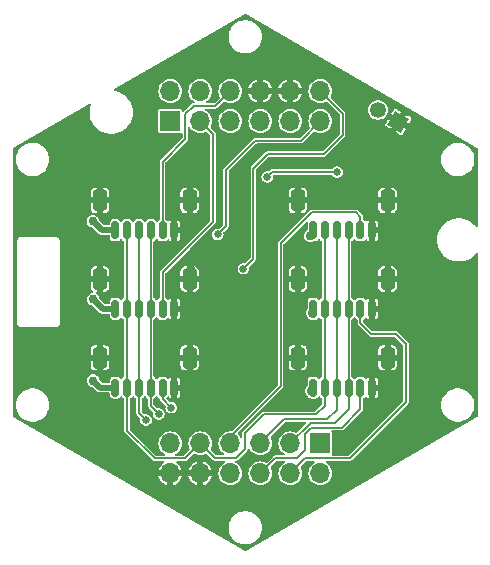
<source format=gbr>
%TF.GenerationSoftware,KiCad,Pcbnew,7.0.5*%
%TF.CreationDate,2024-01-24T02:04:37-05:00*%
%TF.ProjectId,CAMERA_ADAPTER,43414d45-5241-45f4-9144-41505445522e,rev?*%
%TF.SameCoordinates,Original*%
%TF.FileFunction,Copper,L1,Top*%
%TF.FilePolarity,Positive*%
%FSLAX46Y46*%
G04 Gerber Fmt 4.6, Leading zero omitted, Abs format (unit mm)*
G04 Created by KiCad (PCBNEW 7.0.5) date 2024-01-24 02:04:37*
%MOMM*%
%LPD*%
G01*
G04 APERTURE LIST*
G04 Aperture macros list*
%AMRoundRect*
0 Rectangle with rounded corners*
0 $1 Rounding radius*
0 $2 $3 $4 $5 $6 $7 $8 $9 X,Y pos of 4 corners*
0 Add a 4 corners polygon primitive as box body*
4,1,4,$2,$3,$4,$5,$6,$7,$8,$9,$2,$3,0*
0 Add four circle primitives for the rounded corners*
1,1,$1+$1,$2,$3*
1,1,$1+$1,$4,$5*
1,1,$1+$1,$6,$7*
1,1,$1+$1,$8,$9*
0 Add four rect primitives between the rounded corners*
20,1,$1+$1,$2,$3,$4,$5,0*
20,1,$1+$1,$4,$5,$6,$7,0*
20,1,$1+$1,$6,$7,$8,$9,0*
20,1,$1+$1,$8,$9,$2,$3,0*%
%AMHorizOval*
0 Thick line with rounded ends*
0 $1 width*
0 $2 $3 position (X,Y) of the first rounded end (center of the circle)*
0 $4 $5 position (X,Y) of the second rounded end (center of the circle)*
0 Add line between two ends*
20,1,$1,$2,$3,$4,$5,0*
0 Add two circle primitives to create the rounded ends*
1,1,$1,$2,$3*
1,1,$1,$4,$5*%
%AMRotRect*
0 Rectangle, with rotation*
0 The origin of the aperture is its center*
0 $1 length*
0 $2 width*
0 $3 Rotation angle, in degrees counterclockwise*
0 Add horizontal line*
21,1,$1,$2,0,0,$3*%
G04 Aperture macros list end*
%TA.AperFunction,SMDPad,CuDef*%
%ADD10RoundRect,0.150000X-0.150000X-0.625000X0.150000X-0.625000X0.150000X0.625000X-0.150000X0.625000X0*%
%TD*%
%TA.AperFunction,SMDPad,CuDef*%
%ADD11RoundRect,0.250000X-0.350000X-0.650000X0.350000X-0.650000X0.350000X0.650000X-0.350000X0.650000X0*%
%TD*%
%TA.AperFunction,ComponentPad*%
%ADD12R,1.700000X1.700000*%
%TD*%
%TA.AperFunction,ComponentPad*%
%ADD13O,1.700000X1.700000*%
%TD*%
%TA.AperFunction,ComponentPad*%
%ADD14RotRect,1.350000X1.350000X240.000000*%
%TD*%
%TA.AperFunction,ComponentPad*%
%ADD15HorizOval,1.350000X0.000000X0.000000X0.000000X0.000000X0*%
%TD*%
%TA.AperFunction,ViaPad*%
%ADD16C,0.660400*%
%TD*%
%TA.AperFunction,ViaPad*%
%ADD17C,0.762000*%
%TD*%
%TA.AperFunction,Conductor*%
%ADD18C,0.152400*%
%TD*%
%TA.AperFunction,Conductor*%
%ADD19C,0.508000*%
%TD*%
G04 APERTURE END LIST*
D10*
%TO.P,J3,1,1*%
%TO.N,/V_CAM_2*%
X139160000Y-95698621D03*
%TO.P,J3,2,2*%
%TO.N,/MISO*%
X140160000Y-95698621D03*
%TO.P,J3,3,3*%
%TO.N,/SCK*%
X141160000Y-95698621D03*
%TO.P,J3,4,4*%
%TO.N,/MOSI*%
X142160000Y-95698621D03*
%TO.P,J3,5,5*%
%TO.N,/A2*%
X143160000Y-95698621D03*
%TO.P,J3,6,6*%
%TO.N,GND*%
X144160000Y-95698621D03*
D11*
%TO.P,J3,MP,MP*%
X137860000Y-93173621D03*
X145460000Y-93173621D03*
%TD*%
D10*
%TO.P,J5,1,1*%
%TO.N,/V_CAM_3*%
X139160000Y-109023621D03*
%TO.P,J5,2,2*%
%TO.N,/MISO*%
X140160000Y-109023621D03*
%TO.P,J5,3,3*%
%TO.N,/SCK*%
X141160000Y-109023621D03*
%TO.P,J5,4,4*%
%TO.N,/MOSI*%
X142160000Y-109023621D03*
%TO.P,J5,5,5*%
%TO.N,/D12*%
X143160000Y-109023621D03*
%TO.P,J5,6,6*%
%TO.N,GND*%
X144160000Y-109023621D03*
D11*
%TO.P,J5,MP,MP*%
X137860000Y-106498621D03*
X145460000Y-106498621D03*
%TD*%
D10*
%TO.P,J6,1,1*%
%TO.N,/V_CAM_4*%
X155910000Y-95698621D03*
%TO.P,J6,2,2*%
%TO.N,/MISO*%
X156910000Y-95698621D03*
%TO.P,J6,3,3*%
%TO.N,/SCK*%
X157910000Y-95698621D03*
%TO.P,J6,4,4*%
%TO.N,/MOSI*%
X158910000Y-95698621D03*
%TO.P,J6,5,5*%
%TO.N,/D2*%
X159910000Y-95698621D03*
%TO.P,J6,6,6*%
%TO.N,GND*%
X160910000Y-95698621D03*
D11*
%TO.P,J6,MP,MP*%
X154610000Y-93173621D03*
X162210000Y-93173621D03*
%TD*%
D12*
%TO.P,J1,1,Pin_1*%
%TO.N,/VBAT*%
X143810000Y-86465599D03*
D13*
%TO.P,J1,2,Pin_2*%
%TO.N,/D8*%
X143810000Y-83925599D03*
%TO.P,J1,3,Pin_3*%
%TO.N,/A5*%
X146350000Y-86465599D03*
%TO.P,J1,4,Pin_4*%
%TO.N,/A3*%
X146350000Y-83925599D03*
%TO.P,J1,5,Pin_5*%
%TO.N,+5V*%
X148890000Y-86465599D03*
%TO.P,J1,6,Pin_6*%
%TO.N,/A2*%
X148890000Y-83925599D03*
%TO.P,J1,7,Pin_7*%
%TO.N,/RXD*%
X151430000Y-86465599D03*
%TO.P,J1,8,Pin_8*%
%TO.N,GND*%
X151430000Y-83925599D03*
%TO.P,J1,9,Pin_9*%
%TO.N,/BURN_EN*%
X153970000Y-86465599D03*
%TO.P,J1,10,Pin_10*%
%TO.N,GND*%
X153970000Y-83925599D03*
%TO.P,J1,11,Pin_11*%
%TO.N,/SDA*%
X156510000Y-86465599D03*
%TO.P,J1,12,Pin_12*%
%TO.N,/SCL*%
X156510000Y-83925599D03*
%TD*%
D10*
%TO.P,J4,1,1*%
%TO.N,/V_CAM_1*%
X139160000Y-102361121D03*
%TO.P,J4,2,2*%
%TO.N,/MISO*%
X140160000Y-102361121D03*
%TO.P,J4,3,3*%
%TO.N,/SCK*%
X141160000Y-102361121D03*
%TO.P,J4,4,4*%
%TO.N,/MOSI*%
X142160000Y-102361121D03*
%TO.P,J4,5,5*%
%TO.N,/A5*%
X143160000Y-102361121D03*
%TO.P,J4,6,6*%
%TO.N,GND*%
X144160000Y-102361121D03*
D11*
%TO.P,J4,MP,MP*%
X137860000Y-99836121D03*
X145460000Y-99836121D03*
%TD*%
D12*
%TO.P,J2,1,Pin_1*%
%TO.N,/D12*%
X156510000Y-113743621D03*
D13*
%TO.P,J2,2,Pin_2*%
%TO.N,/D10*%
X156510000Y-116283621D03*
%TO.P,J2,3,Pin_3*%
%TO.N,/MOSI*%
X153970000Y-113743621D03*
%TO.P,J2,4,Pin_4*%
%TO.N,/D1*%
X153970000Y-116283621D03*
%TO.P,J2,5,Pin_5*%
%TO.N,/SCK*%
X151430000Y-113743621D03*
%TO.P,J2,6,Pin_6*%
%TO.N,/D3*%
X151430000Y-116283621D03*
%TO.P,J2,7,Pin_7*%
%TO.N,/D2*%
X148890000Y-113743621D03*
%TO.P,J2,8,Pin_8*%
%TO.N,/A4*%
X148890000Y-116283621D03*
%TO.P,J2,9,Pin_9*%
%TO.N,/MISO*%
X146350000Y-113743621D03*
%TO.P,J2,10,Pin_10*%
%TO.N,GND*%
X146350000Y-116283621D03*
%TO.P,J2,11,Pin_11*%
%TO.N,/BAT_BR*%
X143810000Y-113743621D03*
%TO.P,J2,12,Pin_12*%
%TO.N,GND*%
X143810000Y-116283621D03*
%TD*%
D14*
%TO.P,J9,1,Pin_1*%
%TO.N,GND*%
X163130000Y-86528621D03*
D15*
%TO.P,J9,2,Pin_2*%
%TO.N,/CAM_BAT*%
X161397949Y-85528621D03*
%TD*%
D10*
%TO.P,J8,1,1*%
%TO.N,/V_CAM_6*%
X155910000Y-109023621D03*
%TO.P,J8,2,2*%
%TO.N,/MISO*%
X156910000Y-109023621D03*
%TO.P,J8,3,3*%
%TO.N,/SCK*%
X157910000Y-109023621D03*
%TO.P,J8,4,4*%
%TO.N,/MOSI*%
X158910000Y-109023621D03*
%TO.P,J8,5,5*%
%TO.N,/D3*%
X159910000Y-109023621D03*
%TO.P,J8,6,6*%
%TO.N,GND*%
X160910000Y-109023621D03*
D11*
%TO.P,J8,MP,MP*%
X154610000Y-106498621D03*
X162210000Y-106498621D03*
%TD*%
D10*
%TO.P,J7,1,1*%
%TO.N,/V_CAM_5*%
X155910000Y-102361121D03*
%TO.P,J7,2,2*%
%TO.N,/MISO*%
X156910000Y-102361121D03*
%TO.P,J7,3,3*%
%TO.N,/SCK*%
X157910000Y-102361121D03*
%TO.P,J7,4,4*%
%TO.N,/MOSI*%
X158910000Y-102361121D03*
%TO.P,J7,5,5*%
%TO.N,/D1*%
X159910000Y-102361121D03*
%TO.P,J7,6,6*%
%TO.N,GND*%
X160910000Y-102361121D03*
D11*
%TO.P,J7,MP,MP*%
X154610000Y-99836121D03*
X162210000Y-99836121D03*
%TD*%
D16*
%TO.N,GND*%
X138660000Y-113698621D03*
X147660000Y-106598621D03*
X164910000Y-94698621D03*
X162910000Y-113698621D03*
X134410000Y-106948621D03*
X139260000Y-100898621D03*
X152160000Y-118198621D03*
X167660000Y-99948621D03*
X164410000Y-111948621D03*
X148760000Y-102298621D03*
X136660000Y-87948621D03*
X142860000Y-106998621D03*
X144160000Y-103698621D03*
X150160000Y-82198621D03*
X159660000Y-87448621D03*
X149960000Y-102898621D03*
X142960000Y-105298621D03*
X131910000Y-105448621D03*
X161760000Y-103698621D03*
X159160000Y-83948621D03*
X135160000Y-112198621D03*
X160960000Y-97798621D03*
X156060000Y-88298621D03*
X141660000Y-90998621D03*
X148060000Y-88598621D03*
X139360000Y-94198621D03*
X152760000Y-87298621D03*
X145760000Y-102098621D03*
X148160000Y-89998621D03*
X154420000Y-109638621D03*
X132410000Y-107448621D03*
X167660000Y-102198621D03*
X140660000Y-116198621D03*
X146160000Y-110698621D03*
X165160000Y-101448621D03*
X146760000Y-108298621D03*
X160410000Y-111698621D03*
X149490000Y-93928621D03*
X149960000Y-104798621D03*
X165160000Y-106198621D03*
X154160000Y-80198621D03*
X146160000Y-82198621D03*
X146160000Y-80198621D03*
X135660000Y-108948621D03*
X146060000Y-88698621D03*
X146160000Y-118198621D03*
X156160000Y-82198621D03*
X165160000Y-104198621D03*
X150760000Y-109428621D03*
X154160000Y-82198621D03*
X149370000Y-110508621D03*
X149960000Y-87798621D03*
X154160000Y-119698621D03*
X167660000Y-107448621D03*
X165410000Y-89698621D03*
X154160000Y-118198621D03*
X148160000Y-82198621D03*
X149420000Y-106598621D03*
X140910000Y-89448621D03*
X145660000Y-95198621D03*
X162860000Y-109798621D03*
X151760000Y-95298621D03*
X167910000Y-93698621D03*
X149760000Y-108298621D03*
X136410000Y-114198621D03*
X162910000Y-89698621D03*
X144160000Y-82198621D03*
X154660000Y-97698621D03*
X145700000Y-99938621D03*
X148160000Y-118198621D03*
X131660000Y-92698621D03*
X159760000Y-97798621D03*
X156160000Y-118198621D03*
X144460000Y-91098621D03*
X146160000Y-119698621D03*
X159660000Y-104498621D03*
X159360000Y-85398621D03*
X133660000Y-93698621D03*
X144460000Y-105298621D03*
X137910000Y-111698621D03*
X165410000Y-108948621D03*
X156020000Y-105318621D03*
X167910000Y-104448621D03*
X153260000Y-94798621D03*
X141460000Y-86998621D03*
X165660000Y-92198621D03*
X152110000Y-106598621D03*
X163660000Y-91698621D03*
X152160000Y-82198621D03*
X150160000Y-118198621D03*
X164910000Y-98448621D03*
X138160000Y-90448621D03*
X145660000Y-90198621D03*
X131910000Y-95198621D03*
X148060000Y-109398621D03*
X154210000Y-108368621D03*
X138260000Y-96598621D03*
X166160000Y-87898621D03*
X144160000Y-118198621D03*
X160660000Y-115448621D03*
X135410000Y-104698621D03*
X145570000Y-98868621D03*
X159410000Y-113198621D03*
X149970000Y-101148621D03*
X135160000Y-90198621D03*
X143860000Y-99798621D03*
X152160000Y-98948621D03*
X135910000Y-97448621D03*
X138960000Y-98598621D03*
X154540000Y-106558621D03*
X148860000Y-103898621D03*
X162360000Y-108598621D03*
X152710000Y-110538621D03*
%TO.N,+5V*%
X157930000Y-90788621D03*
X152020000Y-91188621D03*
%TO.N,/SDA*%
X147835000Y-96048621D03*
%TO.N,/SCL*%
X150000000Y-98968621D03*
%TO.N,/D12*%
X143890000Y-110728621D03*
%TO.N,/MOSI*%
X142850000Y-111258621D03*
%TO.N,/SCK*%
X141760000Y-111768621D03*
D17*
%TO.N,/V_CAM_2*%
X137270000Y-94928621D03*
%TO.N,/V_CAM_1*%
X137280000Y-101528621D03*
%TO.N,/V_CAM_3*%
X137280000Y-108428621D03*
%TO.N,/V_CAM_4*%
X155660000Y-96188621D03*
%TO.N,/V_CAM_5*%
X155820000Y-102698621D03*
%TO.N,/V_CAM_6*%
X155770000Y-109298621D03*
%TD*%
D18*
%TO.N,+5V*%
X152420000Y-90788621D02*
X152020000Y-91188621D01*
X157930000Y-90788621D02*
X152420000Y-90788621D01*
%TO.N,/A5*%
X143160000Y-99278621D02*
X147420000Y-95018621D01*
X143160000Y-102361121D02*
X143160000Y-99278621D01*
X147420000Y-95018621D02*
X147420000Y-87535599D01*
X147420000Y-87535599D02*
X146350000Y-86465599D01*
%TO.N,/SDA*%
X151010000Y-88108621D02*
X154866978Y-88108621D01*
X148550000Y-95333621D02*
X148550000Y-90568621D01*
X154866978Y-88108621D02*
X156510000Y-86465599D01*
X147835000Y-96048621D02*
X148550000Y-95333621D01*
X148550000Y-90568621D02*
X151010000Y-88108621D01*
%TO.N,/SCL*%
X156790000Y-89248621D02*
X158410000Y-87628621D01*
X150840000Y-98128621D02*
X150840000Y-90478621D01*
X158410000Y-85825599D02*
X156510000Y-83925599D01*
X150840000Y-90478621D02*
X152070000Y-89248621D01*
X156020000Y-89248621D02*
X156790000Y-89248621D01*
X152070000Y-89248621D02*
X156020000Y-89248621D01*
X158410000Y-87628621D02*
X158410000Y-85825599D01*
X150000000Y-98968621D02*
X150840000Y-98128621D01*
%TO.N,/A2*%
X143160000Y-95698621D02*
X143160000Y-89888621D01*
X145100000Y-85868621D02*
X145100000Y-87948621D01*
X148890000Y-83925599D02*
X147636978Y-85178621D01*
X145100000Y-87948621D02*
X143160000Y-89888621D01*
X145790000Y-85178621D02*
X145100000Y-85868621D01*
X147636978Y-85178621D02*
X145790000Y-85178621D01*
%TO.N,/D12*%
X143160000Y-109998621D02*
X143890000Y-110728621D01*
X143160000Y-109023621D02*
X143160000Y-109998621D01*
%TO.N,/MOSI*%
X157730000Y-112018621D02*
X158910000Y-110838621D01*
X142160000Y-109023621D02*
X142160000Y-110568621D01*
X153970000Y-113743621D02*
X155695000Y-112018621D01*
X142160000Y-95698621D02*
X142160000Y-102361121D01*
X158910000Y-95698621D02*
X158910000Y-102361121D01*
X155695000Y-112018621D02*
X157730000Y-112018621D01*
X142160000Y-110568621D02*
X142850000Y-111258621D01*
X142160000Y-102361121D02*
X142160000Y-109023621D01*
X158910000Y-110838621D02*
X158910000Y-109023621D01*
X158910000Y-109023621D02*
X158910000Y-102361121D01*
%TO.N,/D1*%
X160810000Y-104478621D02*
X159910000Y-103578621D01*
X162910000Y-104478621D02*
X160810000Y-104478621D01*
X153970000Y-116283621D02*
X155225000Y-115028621D01*
X163760000Y-110268621D02*
X163760000Y-105328621D01*
X163760000Y-105328621D02*
X162910000Y-104478621D01*
X155225000Y-115028621D02*
X159000000Y-115028621D01*
X159000000Y-115028621D02*
X163760000Y-110268621D01*
X159910000Y-103578621D02*
X159910000Y-102361121D01*
%TO.N,/SCK*%
X157910000Y-95698621D02*
X157910000Y-102361121D01*
X153485000Y-111688621D02*
X157110000Y-111688621D01*
X141160000Y-111168621D02*
X141760000Y-111768621D01*
X157110000Y-111688621D02*
X157910000Y-110888621D01*
X157910000Y-110888621D02*
X157910000Y-109023621D01*
X141160000Y-109023621D02*
X141160000Y-111168621D01*
X157910000Y-109023621D02*
X157910000Y-102361121D01*
X141160000Y-102361121D02*
X141160000Y-95698621D01*
X141160000Y-109023621D02*
X141160000Y-102361121D01*
X151430000Y-113743621D02*
X153485000Y-111688621D01*
%TO.N,/D2*%
X153150000Y-96818621D02*
X153150000Y-108908621D01*
X148890000Y-113168621D02*
X148890000Y-113743621D01*
X155790000Y-94178621D02*
X153150000Y-96818621D01*
X159910000Y-95698621D02*
X159910000Y-94578621D01*
X159510000Y-94178621D02*
X155790000Y-94178621D01*
X159910000Y-94578621D02*
X159510000Y-94178621D01*
X153150000Y-108908621D02*
X148890000Y-113168621D01*
%TO.N,/MISO*%
X149380000Y-114988621D02*
X147595000Y-114988621D01*
X147595000Y-114988621D02*
X146350000Y-113743621D01*
X150150000Y-112868621D02*
X150150000Y-114218621D01*
X156910000Y-109023621D02*
X156910000Y-110548621D01*
X140160000Y-112698621D02*
X140160000Y-109023621D01*
X140160000Y-95698621D02*
X140160000Y-102361121D01*
X150150000Y-114218621D02*
X149380000Y-114988621D01*
X151720000Y-111298621D02*
X150150000Y-112868621D01*
X156910000Y-102361121D02*
X156910000Y-95698621D01*
X145065000Y-115028621D02*
X142490000Y-115028621D01*
X140160000Y-102361121D02*
X140160000Y-109023621D01*
X146350000Y-113743621D02*
X145065000Y-115028621D01*
X142490000Y-115028621D02*
X140160000Y-112698621D01*
X156910000Y-109023621D02*
X156910000Y-102361121D01*
X156910000Y-110548621D02*
X156160000Y-111298621D01*
X156160000Y-111298621D02*
X151720000Y-111298621D01*
D19*
%TO.N,/V_CAM_2*%
X138040000Y-95698621D02*
X137270000Y-94928621D01*
X139160000Y-95698621D02*
X138040000Y-95698621D01*
%TO.N,/V_CAM_1*%
X138112500Y-102361121D02*
X137280000Y-101528621D01*
X139160000Y-102361121D02*
X138112500Y-102361121D01*
%TO.N,/V_CAM_3*%
X137875000Y-109023621D02*
X137280000Y-108428621D01*
X139160000Y-109023621D02*
X137875000Y-109023621D01*
D18*
%TO.N,/D3*%
X159910000Y-110878621D02*
X159910000Y-109023621D01*
X151430000Y-116283621D02*
X152715000Y-114998621D01*
X154550000Y-114998621D02*
X155230000Y-114318621D01*
X152715000Y-114998621D02*
X154550000Y-114998621D01*
X155230000Y-114318621D02*
X155230000Y-112948621D01*
X155230000Y-112948621D02*
X155770000Y-112408621D01*
X155770000Y-112408621D02*
X158380000Y-112408621D01*
X158380000Y-112408621D02*
X159910000Y-110878621D01*
%TD*%
%TA.AperFunction,Conductor*%
%TO.N,GND*%
G36*
X159480953Y-103109076D02*
G01*
X159490409Y-103125454D01*
X159505780Y-103160266D01*
X159585855Y-103240341D01*
X159627611Y-103258778D01*
X159628504Y-103259172D01*
X159671884Y-103300806D01*
X159680900Y-103339583D01*
X159680900Y-103571471D01*
X159680840Y-103573772D01*
X159678666Y-103615260D01*
X159687177Y-103637433D01*
X159691092Y-103650650D01*
X159696031Y-103673888D01*
X159700124Y-103679521D01*
X159711071Y-103699682D01*
X159713567Y-103706183D01*
X159713568Y-103706185D01*
X159730364Y-103722982D01*
X159739320Y-103733468D01*
X159753276Y-103752677D01*
X159753278Y-103752679D01*
X159759308Y-103756160D01*
X159777510Y-103770127D01*
X160642951Y-104635569D01*
X160644535Y-104637238D01*
X160672330Y-104668107D01*
X160672331Y-104668107D01*
X160672332Y-104668108D01*
X160694022Y-104677765D01*
X160706144Y-104684347D01*
X160724051Y-104695975D01*
X160726063Y-104697282D01*
X160732939Y-104698371D01*
X160754942Y-104704889D01*
X160761301Y-104707720D01*
X160761302Y-104707721D01*
X160761303Y-104707721D01*
X160785052Y-104707721D01*
X160798802Y-104708803D01*
X160822258Y-104712518D01*
X160828983Y-104710715D01*
X160851733Y-104707721D01*
X162778694Y-104707721D01*
X162835195Y-104728286D01*
X162840848Y-104733465D01*
X163505155Y-105397772D01*
X163530566Y-105452265D01*
X163530900Y-105459926D01*
X163530900Y-110137314D01*
X163510335Y-110193815D01*
X163505155Y-110199469D01*
X158930848Y-114773776D01*
X158876354Y-114799187D01*
X158868693Y-114799521D01*
X157570762Y-114799521D01*
X157514261Y-114778956D01*
X157484197Y-114726885D01*
X157494638Y-114667671D01*
X157497676Y-114662786D01*
X157504028Y-114653279D01*
X157507843Y-114634100D01*
X157512900Y-114608678D01*
X157512899Y-112878565D01*
X157512899Y-112878562D01*
X157505959Y-112843672D01*
X157504028Y-112833963D01*
X157470234Y-112783387D01*
X157470233Y-112783386D01*
X157465424Y-112776189D01*
X157468317Y-112774255D01*
X157449211Y-112733282D01*
X157464774Y-112675204D01*
X157514027Y-112640716D01*
X157536777Y-112637721D01*
X158372851Y-112637721D01*
X158375152Y-112637781D01*
X158382843Y-112638183D01*
X158416639Y-112639955D01*
X158438809Y-112631444D01*
X158452027Y-112627528D01*
X158475265Y-112622590D01*
X158480894Y-112618499D01*
X158501061Y-112607548D01*
X158507564Y-112605053D01*
X158524365Y-112588250D01*
X158534840Y-112579304D01*
X158554058Y-112565343D01*
X158557540Y-112559311D01*
X158571503Y-112541112D01*
X160066975Y-111045641D01*
X160068608Y-111044092D01*
X160099486Y-111016291D01*
X160109145Y-110994594D01*
X160115721Y-110982482D01*
X160128662Y-110962557D01*
X160129751Y-110955678D01*
X160136268Y-110933675D01*
X160139100Y-110927318D01*
X160139100Y-110903568D01*
X160140182Y-110889818D01*
X160142313Y-110876362D01*
X160143897Y-110866362D01*
X160143834Y-110866126D01*
X160142095Y-110859634D01*
X160139100Y-110836886D01*
X160139100Y-110002083D01*
X160159665Y-109945582D01*
X160191496Y-109921672D01*
X160234145Y-109902841D01*
X160314220Y-109822766D01*
X160316387Y-109817856D01*
X160358022Y-109774476D01*
X160417801Y-109768007D01*
X160467751Y-109801476D01*
X160476462Y-109816212D01*
X160487339Y-109839538D01*
X160569082Y-109921281D01*
X160655999Y-109961812D01*
X160656000Y-109277621D01*
X161164000Y-109277621D01*
X161164000Y-109961812D01*
X161250919Y-109921280D01*
X161250922Y-109921278D01*
X161332658Y-109839541D01*
X161332661Y-109839537D01*
X161381512Y-109734775D01*
X161381515Y-109734766D01*
X161387800Y-109687033D01*
X161387800Y-109277622D01*
X161387799Y-109277621D01*
X161164000Y-109277621D01*
X160656000Y-109277621D01*
X160655999Y-108085429D01*
X161164000Y-108085429D01*
X161164000Y-108769620D01*
X161164001Y-108769621D01*
X161387798Y-108769621D01*
X161387799Y-108769620D01*
X161387799Y-108360207D01*
X161387798Y-108360205D01*
X161381516Y-108312475D01*
X161381514Y-108312469D01*
X161332660Y-108207703D01*
X161250917Y-108125960D01*
X161164000Y-108085429D01*
X160655999Y-108085429D01*
X160655999Y-108085428D01*
X160569083Y-108125959D01*
X160487339Y-108207703D01*
X160476462Y-108231030D01*
X160433946Y-108273546D01*
X160374047Y-108278786D01*
X160324794Y-108244298D01*
X160316388Y-108229386D01*
X160314220Y-108224477D01*
X160314220Y-108224476D01*
X160234145Y-108144401D01*
X160234143Y-108144400D01*
X160130553Y-108098660D01*
X160130551Y-108098659D01*
X160130550Y-108098659D01*
X160123061Y-108097790D01*
X160105237Y-108095722D01*
X160105232Y-108095721D01*
X160105226Y-108095721D01*
X159714774Y-108095721D01*
X159714768Y-108095721D01*
X159714762Y-108095722D01*
X159689450Y-108098659D01*
X159689446Y-108098660D01*
X159585856Y-108144400D01*
X159505779Y-108224477D01*
X159490410Y-108259285D01*
X159448775Y-108302665D01*
X159388997Y-108309134D01*
X159339046Y-108275665D01*
X159329590Y-108259285D01*
X159314220Y-108224477D01*
X159314220Y-108224476D01*
X159234145Y-108144401D01*
X159234143Y-108144400D01*
X159191494Y-108125568D01*
X159148114Y-108083932D01*
X159139100Y-108045158D01*
X159139100Y-107200154D01*
X161432200Y-107200154D01*
X161434909Y-107229050D01*
X161434910Y-107229055D01*
X161477501Y-107350774D01*
X161477502Y-107350775D01*
X161554080Y-107454535D01*
X161554085Y-107454540D01*
X161657845Y-107531118D01*
X161657846Y-107531119D01*
X161779565Y-107573710D01*
X161779570Y-107573711D01*
X161808466Y-107576420D01*
X161808470Y-107576421D01*
X161955999Y-107576421D01*
X161956000Y-107576420D01*
X162464000Y-107576420D01*
X162464001Y-107576421D01*
X162611530Y-107576421D01*
X162611533Y-107576420D01*
X162640429Y-107573711D01*
X162640434Y-107573710D01*
X162762153Y-107531119D01*
X162762154Y-107531118D01*
X162865914Y-107454540D01*
X162865919Y-107454535D01*
X162942497Y-107350775D01*
X162942498Y-107350774D01*
X162985089Y-107229055D01*
X162985090Y-107229050D01*
X162987799Y-107200154D01*
X162987800Y-107200151D01*
X162987800Y-106752622D01*
X162987799Y-106752621D01*
X162464001Y-106752621D01*
X162464000Y-106752622D01*
X162464000Y-107576420D01*
X161956000Y-107576420D01*
X161956000Y-106752622D01*
X161955999Y-106752621D01*
X161432201Y-106752621D01*
X161432200Y-106752622D01*
X161432200Y-107200154D01*
X159139100Y-107200154D01*
X159139100Y-106244619D01*
X161432200Y-106244619D01*
X161432201Y-106244621D01*
X161955999Y-106244621D01*
X161956000Y-106244620D01*
X162464000Y-106244620D01*
X162464001Y-106244621D01*
X162987799Y-106244621D01*
X162987800Y-106244620D01*
X162987800Y-105797090D01*
X162987799Y-105797087D01*
X162985090Y-105768191D01*
X162985089Y-105768186D01*
X162942498Y-105646467D01*
X162942497Y-105646466D01*
X162865919Y-105542706D01*
X162865914Y-105542701D01*
X162762154Y-105466123D01*
X162762153Y-105466122D01*
X162640434Y-105423531D01*
X162640429Y-105423530D01*
X162611533Y-105420821D01*
X162464001Y-105420821D01*
X162464000Y-105420822D01*
X162464000Y-106244620D01*
X161956000Y-106244620D01*
X161956000Y-106244619D01*
X161956000Y-105420822D01*
X161955999Y-105420821D01*
X161808466Y-105420821D01*
X161779570Y-105423530D01*
X161779565Y-105423531D01*
X161657846Y-105466122D01*
X161657845Y-105466123D01*
X161554085Y-105542701D01*
X161554080Y-105542706D01*
X161477502Y-105646466D01*
X161477501Y-105646467D01*
X161434910Y-105768186D01*
X161434909Y-105768191D01*
X161432200Y-105797087D01*
X161432200Y-106244619D01*
X159139100Y-106244619D01*
X159139100Y-103339583D01*
X159159665Y-103283082D01*
X159191496Y-103259172D01*
X159192384Y-103258780D01*
X159234145Y-103240341D01*
X159314220Y-103160266D01*
X159329590Y-103125455D01*
X159371224Y-103082076D01*
X159431002Y-103075607D01*
X159480953Y-103109076D01*
G37*
%TD.AperFunction*%
%TA.AperFunction,Conductor*%
G36*
X155419617Y-94975724D02*
G01*
X155454105Y-95024977D01*
X155457100Y-95047727D01*
X155457100Y-95636042D01*
X155436535Y-95692543D01*
X155402841Y-95717250D01*
X155390747Y-95722259D01*
X155279219Y-95807837D01*
X155279216Y-95807840D01*
X155193638Y-95919368D01*
X155139842Y-96049244D01*
X155121493Y-96188620D01*
X155121493Y-96188621D01*
X155139842Y-96327997D01*
X155193639Y-96457875D01*
X155193640Y-96457877D01*
X155250303Y-96531721D01*
X155279218Y-96569403D01*
X155334981Y-96612192D01*
X155387366Y-96652389D01*
X155390746Y-96654982D01*
X155520624Y-96708779D01*
X155641650Y-96724712D01*
X155659999Y-96727128D01*
X155659999Y-96727127D01*
X155660000Y-96727128D01*
X155799376Y-96708779D01*
X155929254Y-96654982D01*
X155942673Y-96644684D01*
X155996183Y-96626521D01*
X156105219Y-96626521D01*
X156105226Y-96626521D01*
X156130550Y-96623583D01*
X156234145Y-96577841D01*
X156314220Y-96497766D01*
X156329590Y-96462955D01*
X156371224Y-96419576D01*
X156431002Y-96413107D01*
X156480953Y-96446576D01*
X156490409Y-96462954D01*
X156505780Y-96497766D01*
X156585855Y-96577841D01*
X156627611Y-96596278D01*
X156628504Y-96596672D01*
X156671884Y-96638306D01*
X156680900Y-96677083D01*
X156680900Y-101382658D01*
X156660335Y-101439159D01*
X156628506Y-101463068D01*
X156585856Y-101481900D01*
X156505779Y-101561977D01*
X156490410Y-101596785D01*
X156448775Y-101640165D01*
X156388997Y-101646634D01*
X156339046Y-101613165D01*
X156329590Y-101596785D01*
X156314220Y-101561977D01*
X156314220Y-101561976D01*
X156234145Y-101481901D01*
X156234143Y-101481900D01*
X156130553Y-101436160D01*
X156130551Y-101436159D01*
X156130550Y-101436159D01*
X156123061Y-101435290D01*
X156105237Y-101433222D01*
X156105232Y-101433221D01*
X156105226Y-101433221D01*
X155714774Y-101433221D01*
X155714768Y-101433221D01*
X155714762Y-101433222D01*
X155689450Y-101436159D01*
X155689446Y-101436160D01*
X155585856Y-101481900D01*
X155505779Y-101561977D01*
X155460039Y-101665567D01*
X155460038Y-101665571D01*
X155457101Y-101690883D01*
X155457100Y-101690902D01*
X155457100Y-102264696D01*
X155438936Y-102318206D01*
X155353638Y-102429368D01*
X155299842Y-102559244D01*
X155281493Y-102698620D01*
X155281493Y-102698621D01*
X155299842Y-102837997D01*
X155353639Y-102967875D01*
X155353640Y-102967877D01*
X155396428Y-103023638D01*
X155439218Y-103079403D01*
X155439219Y-103079404D01*
X155439221Y-103079406D01*
X155468062Y-103101536D01*
X155494962Y-103135766D01*
X155505780Y-103160266D01*
X155585855Y-103240341D01*
X155689450Y-103286083D01*
X155714774Y-103289021D01*
X155714781Y-103289021D01*
X156105219Y-103289021D01*
X156105226Y-103289021D01*
X156130550Y-103286083D01*
X156234145Y-103240341D01*
X156314220Y-103160266D01*
X156329590Y-103125455D01*
X156371224Y-103082076D01*
X156431002Y-103075607D01*
X156480953Y-103109076D01*
X156490409Y-103125454D01*
X156505780Y-103160266D01*
X156585855Y-103240341D01*
X156627611Y-103258778D01*
X156628504Y-103259172D01*
X156671884Y-103300806D01*
X156680900Y-103339583D01*
X156680900Y-108045158D01*
X156660335Y-108101659D01*
X156628506Y-108125568D01*
X156585856Y-108144400D01*
X156505779Y-108224477D01*
X156490410Y-108259285D01*
X156448775Y-108302665D01*
X156388997Y-108309134D01*
X156339046Y-108275665D01*
X156329590Y-108259285D01*
X156314220Y-108224477D01*
X156314220Y-108224476D01*
X156234145Y-108144401D01*
X156234143Y-108144400D01*
X156130553Y-108098660D01*
X156130551Y-108098659D01*
X156130550Y-108098659D01*
X156123061Y-108097790D01*
X156105237Y-108095722D01*
X156105232Y-108095721D01*
X156105226Y-108095721D01*
X155714774Y-108095721D01*
X155714768Y-108095721D01*
X155714762Y-108095722D01*
X155689450Y-108098659D01*
X155689446Y-108098660D01*
X155585856Y-108144400D01*
X155505779Y-108224477D01*
X155460039Y-108328067D01*
X155460038Y-108328071D01*
X155457101Y-108353383D01*
X155457100Y-108353402D01*
X155457100Y-108822403D01*
X155436535Y-108878904D01*
X155422712Y-108892137D01*
X155389218Y-108917839D01*
X155389217Y-108917840D01*
X155389216Y-108917841D01*
X155389214Y-108917842D01*
X155303638Y-109029368D01*
X155249842Y-109159244D01*
X155231493Y-109298620D01*
X155231493Y-109298621D01*
X155249842Y-109437997D01*
X155303639Y-109567875D01*
X155303640Y-109567877D01*
X155351926Y-109630804D01*
X155389218Y-109679403D01*
X155444914Y-109722140D01*
X155451945Y-109727535D01*
X155478844Y-109761764D01*
X155505780Y-109822766D01*
X155585855Y-109902841D01*
X155689450Y-109948583D01*
X155714774Y-109951521D01*
X155714781Y-109951521D01*
X156105219Y-109951521D01*
X156105226Y-109951521D01*
X156130550Y-109948583D01*
X156234145Y-109902841D01*
X156314220Y-109822766D01*
X156329590Y-109787955D01*
X156371224Y-109744576D01*
X156431002Y-109738107D01*
X156480953Y-109771576D01*
X156490409Y-109787954D01*
X156505780Y-109822766D01*
X156585855Y-109902841D01*
X156627901Y-109921406D01*
X156628504Y-109921672D01*
X156671884Y-109963306D01*
X156680900Y-110002083D01*
X156680900Y-110417314D01*
X156660335Y-110473815D01*
X156655155Y-110479469D01*
X156090848Y-111043776D01*
X156036354Y-111069187D01*
X156028693Y-111069521D01*
X151727149Y-111069521D01*
X151724848Y-111069461D01*
X151683360Y-111067287D01*
X151661188Y-111075797D01*
X151647972Y-111079711D01*
X151624736Y-111084651D01*
X151624735Y-111084651D01*
X151619095Y-111088749D01*
X151598942Y-111099691D01*
X151592435Y-111102189D01*
X151592432Y-111102191D01*
X151575639Y-111118984D01*
X151565154Y-111127939D01*
X151545945Y-111141895D01*
X151545938Y-111141902D01*
X151542458Y-111147931D01*
X151528493Y-111166130D01*
X149993040Y-112701582D01*
X149991372Y-112703165D01*
X149960514Y-112730950D01*
X149956506Y-112739950D01*
X149950849Y-112752655D01*
X149944278Y-112764758D01*
X149938112Y-112774255D01*
X149931338Y-112784686D01*
X149930248Y-112791568D01*
X149923735Y-112813555D01*
X149920900Y-112819924D01*
X149920900Y-112843672D01*
X149919818Y-112857421D01*
X149916103Y-112880876D01*
X149916103Y-112880879D01*
X149917905Y-112887603D01*
X149920900Y-112910354D01*
X149920900Y-113193874D01*
X149900335Y-113250375D01*
X149848264Y-113280439D01*
X149789050Y-113269998D01*
X149755479Y-113235310D01*
X149727915Y-113183742D01*
X149602589Y-113031032D01*
X149539692Y-112979414D01*
X149509064Y-112927675D01*
X149518858Y-112868351D01*
X149533298Y-112849317D01*
X153306975Y-109075641D01*
X153308608Y-109074092D01*
X153339486Y-109046291D01*
X153349145Y-109024594D01*
X153355721Y-109012482D01*
X153368662Y-108992557D01*
X153369751Y-108985678D01*
X153376268Y-108963675D01*
X153379100Y-108957318D01*
X153379100Y-108933568D01*
X153380182Y-108919818D01*
X153380495Y-108917839D01*
X153383897Y-108896362D01*
X153383896Y-108896357D01*
X153382095Y-108889634D01*
X153379100Y-108866886D01*
X153379100Y-107200154D01*
X153832200Y-107200154D01*
X153834909Y-107229050D01*
X153834910Y-107229055D01*
X153877501Y-107350774D01*
X153877502Y-107350775D01*
X153954080Y-107454535D01*
X153954085Y-107454540D01*
X154057845Y-107531118D01*
X154057846Y-107531119D01*
X154179565Y-107573710D01*
X154179570Y-107573711D01*
X154208466Y-107576420D01*
X154208470Y-107576421D01*
X154355999Y-107576421D01*
X154356000Y-107576420D01*
X154356000Y-106752621D01*
X154864000Y-106752621D01*
X154864000Y-107576420D01*
X154864001Y-107576421D01*
X155011530Y-107576421D01*
X155011533Y-107576420D01*
X155040429Y-107573711D01*
X155040434Y-107573710D01*
X155162153Y-107531119D01*
X155162154Y-107531118D01*
X155265914Y-107454540D01*
X155265919Y-107454535D01*
X155342497Y-107350775D01*
X155342498Y-107350774D01*
X155385089Y-107229055D01*
X155385090Y-107229050D01*
X155387799Y-107200154D01*
X155387800Y-107200151D01*
X155387800Y-106752621D01*
X154864000Y-106752621D01*
X154356000Y-106752621D01*
X153832201Y-106752621D01*
X153832200Y-106752622D01*
X153832200Y-107200154D01*
X153379100Y-107200154D01*
X153379100Y-106244620D01*
X153832200Y-106244620D01*
X153832201Y-106244621D01*
X154355999Y-106244621D01*
X154356000Y-106244620D01*
X154356000Y-105420821D01*
X154864000Y-105420821D01*
X154864000Y-106244619D01*
X154864001Y-106244621D01*
X155387799Y-106244621D01*
X155387800Y-106244620D01*
X155387800Y-105797090D01*
X155387799Y-105797087D01*
X155385090Y-105768191D01*
X155385089Y-105768186D01*
X155342498Y-105646467D01*
X155342497Y-105646466D01*
X155265919Y-105542706D01*
X155265914Y-105542701D01*
X155162154Y-105466123D01*
X155162153Y-105466122D01*
X155040434Y-105423531D01*
X155040429Y-105423530D01*
X155011533Y-105420821D01*
X154864000Y-105420821D01*
X154356000Y-105420821D01*
X154208466Y-105420821D01*
X154179570Y-105423530D01*
X154179565Y-105423531D01*
X154057846Y-105466122D01*
X154057845Y-105466123D01*
X153954085Y-105542701D01*
X153954080Y-105542706D01*
X153877502Y-105646466D01*
X153877501Y-105646467D01*
X153834910Y-105768186D01*
X153834909Y-105768191D01*
X153832200Y-105797087D01*
X153832200Y-106244620D01*
X153379100Y-106244620D01*
X153379100Y-100090121D01*
X153832200Y-100090121D01*
X153832200Y-100537654D01*
X153834909Y-100566550D01*
X153834910Y-100566555D01*
X153877501Y-100688274D01*
X153877502Y-100688275D01*
X153954080Y-100792035D01*
X153954085Y-100792040D01*
X154057845Y-100868618D01*
X154057846Y-100868619D01*
X154179565Y-100911210D01*
X154179570Y-100911211D01*
X154208466Y-100913920D01*
X154208470Y-100913921D01*
X154355999Y-100913921D01*
X154356000Y-100913920D01*
X154356000Y-100090122D01*
X154355999Y-100090121D01*
X154864000Y-100090121D01*
X154864000Y-100913919D01*
X154864001Y-100913921D01*
X155011530Y-100913921D01*
X155011533Y-100913920D01*
X155040429Y-100911211D01*
X155040434Y-100911210D01*
X155162153Y-100868619D01*
X155162154Y-100868618D01*
X155265914Y-100792040D01*
X155265919Y-100792035D01*
X155342497Y-100688275D01*
X155342498Y-100688274D01*
X155385089Y-100566555D01*
X155385090Y-100566550D01*
X155387799Y-100537654D01*
X155387800Y-100537651D01*
X155387800Y-100090121D01*
X154864000Y-100090121D01*
X154355999Y-100090121D01*
X153832200Y-100090121D01*
X153379100Y-100090121D01*
X153379100Y-99582120D01*
X153832200Y-99582120D01*
X153832201Y-99582121D01*
X154355999Y-99582121D01*
X154356000Y-99582120D01*
X154864000Y-99582120D01*
X154864001Y-99582121D01*
X155387799Y-99582121D01*
X155387800Y-99582120D01*
X155387800Y-99134590D01*
X155387799Y-99134587D01*
X155385090Y-99105691D01*
X155385089Y-99105686D01*
X155342498Y-98983967D01*
X155342497Y-98983966D01*
X155265919Y-98880206D01*
X155265914Y-98880201D01*
X155162154Y-98803623D01*
X155162153Y-98803622D01*
X155040434Y-98761031D01*
X155040429Y-98761030D01*
X155011533Y-98758321D01*
X154864001Y-98758321D01*
X154864000Y-98758322D01*
X154864000Y-99582120D01*
X154356000Y-99582120D01*
X154356000Y-98758321D01*
X154208466Y-98758321D01*
X154179570Y-98761030D01*
X154179565Y-98761031D01*
X154057846Y-98803622D01*
X154057845Y-98803623D01*
X153954085Y-98880201D01*
X153954080Y-98880206D01*
X153877502Y-98983966D01*
X153877501Y-98983967D01*
X153834910Y-99105686D01*
X153834909Y-99105691D01*
X153832200Y-99134587D01*
X153832200Y-99582120D01*
X153379100Y-99582120D01*
X153379100Y-96949927D01*
X153399665Y-96893426D01*
X153404845Y-96887772D01*
X154623041Y-95669576D01*
X155307046Y-94985571D01*
X155361539Y-94960161D01*
X155419617Y-94975724D01*
G37*
%TD.AperFunction*%
%TA.AperFunction,Conductor*%
G36*
X145460950Y-86957929D02*
G01*
X145494520Y-86992617D01*
X145512084Y-87025477D01*
X145637411Y-87178188D01*
X145790122Y-87303515D01*
X145964350Y-87396641D01*
X146060576Y-87425831D01*
X146140032Y-87449934D01*
X146153397Y-87453988D01*
X146350000Y-87473352D01*
X146546603Y-87453988D01*
X146735650Y-87396641D01*
X146822434Y-87350253D01*
X146881958Y-87341756D01*
X146926025Y-87365620D01*
X147165155Y-87604750D01*
X147190566Y-87659244D01*
X147190900Y-87666905D01*
X147190900Y-94887313D01*
X147170335Y-94943814D01*
X147165155Y-94949468D01*
X143003040Y-99111582D01*
X143001372Y-99113165D01*
X142970514Y-99140950D01*
X142970513Y-99140951D01*
X142970514Y-99140951D01*
X142960849Y-99162655D01*
X142954278Y-99174758D01*
X142945226Y-99188697D01*
X142941338Y-99194686D01*
X142940248Y-99201568D01*
X142933735Y-99223555D01*
X142930900Y-99229924D01*
X142930900Y-99253672D01*
X142929818Y-99267421D01*
X142926103Y-99290876D01*
X142926103Y-99290879D01*
X142927905Y-99297603D01*
X142930900Y-99320354D01*
X142930900Y-101382658D01*
X142910335Y-101439159D01*
X142878506Y-101463068D01*
X142835856Y-101481900D01*
X142755779Y-101561977D01*
X142740410Y-101596785D01*
X142698775Y-101640165D01*
X142638997Y-101646634D01*
X142589046Y-101613165D01*
X142579590Y-101596785D01*
X142564220Y-101561977D01*
X142564220Y-101561976D01*
X142484145Y-101481901D01*
X142484143Y-101481900D01*
X142441494Y-101463068D01*
X142398114Y-101421432D01*
X142389100Y-101382658D01*
X142389100Y-96677083D01*
X142409665Y-96620582D01*
X142441496Y-96596672D01*
X142442384Y-96596280D01*
X142484145Y-96577841D01*
X142564220Y-96497766D01*
X142579590Y-96462955D01*
X142621224Y-96419576D01*
X142681002Y-96413107D01*
X142730953Y-96446576D01*
X142740409Y-96462954D01*
X142755780Y-96497766D01*
X142835855Y-96577841D01*
X142939450Y-96623583D01*
X142964774Y-96626521D01*
X142964781Y-96626521D01*
X143355219Y-96626521D01*
X143355226Y-96626521D01*
X143380550Y-96623583D01*
X143484145Y-96577841D01*
X143564220Y-96497766D01*
X143566387Y-96492856D01*
X143608022Y-96449476D01*
X143667801Y-96443007D01*
X143717751Y-96476476D01*
X143726462Y-96491212D01*
X143737340Y-96514539D01*
X143737341Y-96514541D01*
X143819077Y-96596278D01*
X143819080Y-96596280D01*
X143905999Y-96636812D01*
X143906000Y-96636812D01*
X143906000Y-95952621D01*
X144414000Y-95952621D01*
X144414000Y-96636812D01*
X144500919Y-96596280D01*
X144500922Y-96596278D01*
X144582658Y-96514541D01*
X144582661Y-96514537D01*
X144631512Y-96409775D01*
X144631515Y-96409766D01*
X144637800Y-96362033D01*
X144637800Y-95952622D01*
X144637799Y-95952621D01*
X144414000Y-95952621D01*
X143906000Y-95952621D01*
X143906000Y-94760429D01*
X144414000Y-94760429D01*
X144414000Y-95444620D01*
X144414001Y-95444621D01*
X144637798Y-95444621D01*
X144637799Y-95444619D01*
X144637799Y-95035207D01*
X144637798Y-95035205D01*
X144631516Y-94987475D01*
X144631514Y-94987469D01*
X144582660Y-94882703D01*
X144500917Y-94800960D01*
X144414000Y-94760429D01*
X143906000Y-94760429D01*
X143819082Y-94800960D01*
X143737339Y-94882703D01*
X143726462Y-94906030D01*
X143683946Y-94948546D01*
X143624047Y-94953786D01*
X143574794Y-94919298D01*
X143566388Y-94904386D01*
X143564220Y-94899477D01*
X143564220Y-94899476D01*
X143484145Y-94819401D01*
X143484143Y-94819400D01*
X143441494Y-94800568D01*
X143398114Y-94758932D01*
X143389100Y-94720158D01*
X143389100Y-93875154D01*
X144682200Y-93875154D01*
X144684909Y-93904050D01*
X144684910Y-93904055D01*
X144727501Y-94025774D01*
X144727502Y-94025775D01*
X144804080Y-94129535D01*
X144804085Y-94129540D01*
X144907845Y-94206118D01*
X144907846Y-94206119D01*
X145029565Y-94248710D01*
X145029570Y-94248711D01*
X145058466Y-94251420D01*
X145058470Y-94251421D01*
X145205999Y-94251421D01*
X145206000Y-94251420D01*
X145714000Y-94251420D01*
X145714001Y-94251421D01*
X145861530Y-94251421D01*
X145861533Y-94251420D01*
X145890429Y-94248711D01*
X145890434Y-94248710D01*
X146012153Y-94206119D01*
X146012154Y-94206118D01*
X146115914Y-94129540D01*
X146115919Y-94129535D01*
X146192497Y-94025775D01*
X146192498Y-94025774D01*
X146235089Y-93904055D01*
X146235090Y-93904050D01*
X146237799Y-93875154D01*
X146237800Y-93875151D01*
X146237800Y-93427622D01*
X146237799Y-93427621D01*
X145714001Y-93427621D01*
X145714000Y-93427622D01*
X145714000Y-94251420D01*
X145206000Y-94251420D01*
X145206000Y-93427622D01*
X145205999Y-93427621D01*
X144682201Y-93427621D01*
X144682200Y-93427622D01*
X144682200Y-93875154D01*
X143389100Y-93875154D01*
X143389100Y-92919620D01*
X144682200Y-92919620D01*
X144682201Y-92919621D01*
X145205999Y-92919621D01*
X145206000Y-92919620D01*
X145206000Y-92919619D01*
X145714000Y-92919619D01*
X145714001Y-92919621D01*
X146237799Y-92919621D01*
X146237800Y-92919619D01*
X146237800Y-92472090D01*
X146237799Y-92472087D01*
X146235090Y-92443191D01*
X146235089Y-92443186D01*
X146192498Y-92321467D01*
X146192497Y-92321466D01*
X146115919Y-92217706D01*
X146115914Y-92217701D01*
X146012154Y-92141123D01*
X146012153Y-92141122D01*
X145890434Y-92098531D01*
X145890429Y-92098530D01*
X145861533Y-92095821D01*
X145714001Y-92095821D01*
X145714000Y-92095822D01*
X145714000Y-92919619D01*
X145206000Y-92919619D01*
X145206000Y-92095822D01*
X145205999Y-92095821D01*
X145058466Y-92095821D01*
X145029570Y-92098530D01*
X145029565Y-92098531D01*
X144907846Y-92141122D01*
X144907845Y-92141123D01*
X144804085Y-92217701D01*
X144804080Y-92217706D01*
X144727502Y-92321466D01*
X144727501Y-92321467D01*
X144684910Y-92443186D01*
X144684909Y-92443191D01*
X144682200Y-92472087D01*
X144682200Y-92919620D01*
X143389100Y-92919620D01*
X143389100Y-90019926D01*
X143409665Y-89963425D01*
X143414834Y-89957782D01*
X145256965Y-88115650D01*
X145258598Y-88114101D01*
X145289486Y-88086291D01*
X145299145Y-88064594D01*
X145305719Y-88052485D01*
X145318661Y-88032558D01*
X145319749Y-88025681D01*
X145326265Y-88003683D01*
X145329100Y-87997318D01*
X145329100Y-87973568D01*
X145330182Y-87959817D01*
X145330481Y-87957931D01*
X145333897Y-87936363D01*
X145333896Y-87936359D01*
X145333896Y-87936357D01*
X145332095Y-87929635D01*
X145329100Y-87906887D01*
X145329100Y-87034053D01*
X145349665Y-86977552D01*
X145401736Y-86947488D01*
X145460950Y-86957929D01*
G37*
%TD.AperFunction*%
%TA.AperFunction,Conductor*%
G36*
X150203946Y-77388502D02*
G01*
X169810750Y-88708494D01*
X169849399Y-88754554D01*
X169854700Y-88784618D01*
X169854700Y-95369390D01*
X169834135Y-95425891D01*
X169782064Y-95455955D01*
X169722850Y-95445514D01*
X169698077Y-95424195D01*
X169692784Y-95417558D01*
X169581609Y-95278149D01*
X169574072Y-95271156D01*
X169380991Y-95092003D01*
X169380981Y-95091995D01*
X169154863Y-94937830D01*
X169154864Y-94937830D01*
X168908293Y-94819089D01*
X168908290Y-94819088D01*
X168646771Y-94738420D01*
X168646767Y-94738419D01*
X168646766Y-94738419D01*
X168376151Y-94697630D01*
X168376149Y-94697630D01*
X168102471Y-94697630D01*
X168102468Y-94697630D01*
X167831853Y-94738419D01*
X167831850Y-94738419D01*
X167831849Y-94738420D01*
X167793802Y-94750156D01*
X167570326Y-94819089D01*
X167323757Y-94937830D01*
X167097637Y-95091995D01*
X167097628Y-95092003D01*
X166897013Y-95278146D01*
X166742985Y-95471291D01*
X166726375Y-95492119D01*
X166683996Y-95565522D01*
X166589536Y-95729131D01*
X166589535Y-95729132D01*
X166489551Y-95983890D01*
X166489549Y-95983895D01*
X166428652Y-96250702D01*
X166428650Y-96250710D01*
X166408199Y-96523618D01*
X166408199Y-96523623D01*
X166428650Y-96796531D01*
X166428652Y-96796539D01*
X166461238Y-96939309D01*
X166489550Y-97063350D01*
X166516225Y-97131317D01*
X166589535Y-97318109D01*
X166589536Y-97318110D01*
X166726375Y-97555123D01*
X166873023Y-97739012D01*
X166897013Y-97769095D01*
X167097628Y-97955238D01*
X167097637Y-97955246D01*
X167212744Y-98033724D01*
X167323755Y-98109410D01*
X167323757Y-98109411D01*
X167323756Y-98109411D01*
X167539634Y-98213371D01*
X167570330Y-98228154D01*
X167831849Y-98308822D01*
X168102471Y-98349612D01*
X168102476Y-98349612D01*
X168376144Y-98349612D01*
X168376149Y-98349612D01*
X168646771Y-98308822D01*
X168908290Y-98228154D01*
X169154866Y-98109410D01*
X169380989Y-97955241D01*
X169581609Y-97769093D01*
X169698078Y-97623044D01*
X169749383Y-97591694D01*
X169808839Y-97600655D01*
X169848624Y-97645738D01*
X169854700Y-97677851D01*
X169854700Y-111424599D01*
X169834135Y-111481100D01*
X169810750Y-111500723D01*
X150203949Y-122820715D01*
X150144735Y-122831156D01*
X150116049Y-122820715D01*
X149138254Y-122256185D01*
X146770601Y-120889220D01*
X148749884Y-120889220D01*
X148769115Y-121121316D01*
X148769116Y-121121322D01*
X148826286Y-121347080D01*
X148826289Y-121347088D01*
X148897987Y-121510541D01*
X148919840Y-121560361D01*
X148919844Y-121560367D01*
X149047215Y-121755325D01*
X149047216Y-121755327D01*
X149047220Y-121755331D01*
X149204954Y-121926676D01*
X149388740Y-122069722D01*
X149593563Y-122180567D01*
X149813837Y-122256187D01*
X149813839Y-122256187D01*
X149813841Y-122256188D01*
X150043550Y-122294520D01*
X150043554Y-122294520D01*
X150276450Y-122294520D01*
X150506158Y-122256188D01*
X150506158Y-122256187D01*
X150506163Y-122256187D01*
X150726437Y-122180567D01*
X150931260Y-122069722D01*
X151115046Y-121926676D01*
X151272780Y-121755331D01*
X151400160Y-121560361D01*
X151493712Y-121347084D01*
X151550884Y-121121317D01*
X151570116Y-120889220D01*
X151550884Y-120657123D01*
X151550883Y-120657117D01*
X151493713Y-120431359D01*
X151493710Y-120431351D01*
X151400164Y-120218089D01*
X151400160Y-120218079D01*
X151319435Y-120094520D01*
X151272784Y-120023114D01*
X151272783Y-120023112D01*
X151115050Y-119851768D01*
X151115048Y-119851767D01*
X151115046Y-119851764D01*
X150931260Y-119708718D01*
X150726437Y-119597873D01*
X150726433Y-119597871D01*
X150726430Y-119597870D01*
X150506167Y-119522254D01*
X150506158Y-119522251D01*
X150276450Y-119483920D01*
X150276446Y-119483920D01*
X150043554Y-119483920D01*
X150043550Y-119483920D01*
X149813841Y-119522251D01*
X149813832Y-119522254D01*
X149593569Y-119597870D01*
X149388740Y-119708718D01*
X149204949Y-119851768D01*
X149047216Y-120023112D01*
X149047215Y-120023114D01*
X148919844Y-120218072D01*
X148919835Y-120218089D01*
X148826289Y-120431351D01*
X148826286Y-120431359D01*
X148769116Y-120657117D01*
X148769115Y-120657123D01*
X148749884Y-120889220D01*
X146770601Y-120889220D01*
X130509248Y-111500723D01*
X130470600Y-111454664D01*
X130465300Y-111424605D01*
X130465300Y-110496915D01*
X130749884Y-110496915D01*
X130769115Y-110729011D01*
X130769116Y-110729017D01*
X130826286Y-110954775D01*
X130826289Y-110954783D01*
X130917460Y-111162631D01*
X130919840Y-111168056D01*
X130919844Y-111168062D01*
X131047215Y-111363020D01*
X131047216Y-111363022D01*
X131199139Y-111528055D01*
X131204954Y-111534371D01*
X131388740Y-111677417D01*
X131593563Y-111788262D01*
X131813837Y-111863882D01*
X131813839Y-111863882D01*
X131813841Y-111863883D01*
X132043550Y-111902215D01*
X132043554Y-111902215D01*
X132276450Y-111902215D01*
X132506158Y-111863883D01*
X132506158Y-111863882D01*
X132506163Y-111863882D01*
X132726437Y-111788262D01*
X132931260Y-111677417D01*
X133115046Y-111534371D01*
X133272780Y-111363026D01*
X133400160Y-111168056D01*
X133493712Y-110954779D01*
X133510177Y-110889761D01*
X133550883Y-110729017D01*
X133550884Y-110729011D01*
X133551807Y-110717870D01*
X133570116Y-110496915D01*
X133550884Y-110264818D01*
X133550883Y-110264812D01*
X133493713Y-110039054D01*
X133493710Y-110039046D01*
X133432888Y-109900386D01*
X133400160Y-109825774D01*
X133344914Y-109741213D01*
X133272784Y-109630809D01*
X133272783Y-109630807D01*
X133115050Y-109459463D01*
X133115048Y-109459462D01*
X133115046Y-109459459D01*
X132931260Y-109316413D01*
X132726437Y-109205568D01*
X132726433Y-109205566D01*
X132726430Y-109205565D01*
X132506167Y-109129949D01*
X132506158Y-109129946D01*
X132276450Y-109091615D01*
X132276446Y-109091615D01*
X132043554Y-109091615D01*
X132043550Y-109091615D01*
X131813841Y-109129946D01*
X131813832Y-109129949D01*
X131593569Y-109205565D01*
X131593564Y-109205567D01*
X131593563Y-109205568D01*
X131388740Y-109316413D01*
X131232529Y-109437997D01*
X131204949Y-109459463D01*
X131047216Y-109630807D01*
X131047215Y-109630809D01*
X130919844Y-109825767D01*
X130919835Y-109825784D01*
X130826289Y-110039046D01*
X130826286Y-110039054D01*
X130769116Y-110264812D01*
X130769115Y-110264818D01*
X130749884Y-110496915D01*
X130465300Y-110496915D01*
X130465300Y-107200154D01*
X137082200Y-107200154D01*
X137084909Y-107229050D01*
X137084910Y-107229055D01*
X137127501Y-107350774D01*
X137127502Y-107350775D01*
X137204080Y-107454535D01*
X137204085Y-107454540D01*
X137307845Y-107531118D01*
X137307846Y-107531119D01*
X137429565Y-107573710D01*
X137429570Y-107573711D01*
X137458466Y-107576420D01*
X137458470Y-107576421D01*
X137605999Y-107576421D01*
X137606000Y-107576420D01*
X138114000Y-107576420D01*
X138114001Y-107576421D01*
X138261530Y-107576421D01*
X138261533Y-107576420D01*
X138290429Y-107573711D01*
X138290434Y-107573710D01*
X138412153Y-107531119D01*
X138412154Y-107531118D01*
X138515914Y-107454540D01*
X138515919Y-107454535D01*
X138592497Y-107350775D01*
X138592498Y-107350774D01*
X138635089Y-107229055D01*
X138635090Y-107229050D01*
X138637799Y-107200154D01*
X138637800Y-107200151D01*
X138637800Y-106752622D01*
X138637799Y-106752621D01*
X138114001Y-106752621D01*
X138114000Y-106752622D01*
X138114000Y-107576420D01*
X137606000Y-107576420D01*
X137606000Y-106752621D01*
X137082201Y-106752621D01*
X137082200Y-106752622D01*
X137082200Y-107200154D01*
X130465300Y-107200154D01*
X130465300Y-106244620D01*
X137082200Y-106244620D01*
X137082201Y-106244621D01*
X137605999Y-106244621D01*
X137606000Y-106244619D01*
X138114000Y-106244619D01*
X138114001Y-106244621D01*
X138637799Y-106244621D01*
X138637800Y-106244620D01*
X138637800Y-105797090D01*
X138637799Y-105797087D01*
X138635090Y-105768191D01*
X138635089Y-105768186D01*
X138592498Y-105646467D01*
X138592497Y-105646466D01*
X138515919Y-105542706D01*
X138515914Y-105542701D01*
X138412154Y-105466123D01*
X138412153Y-105466122D01*
X138290434Y-105423531D01*
X138290429Y-105423530D01*
X138261533Y-105420821D01*
X138114001Y-105420821D01*
X138114000Y-105420822D01*
X138114000Y-106244619D01*
X137606000Y-106244619D01*
X137606000Y-105420822D01*
X137605999Y-105420821D01*
X137458466Y-105420821D01*
X137429570Y-105423530D01*
X137429565Y-105423531D01*
X137307846Y-105466122D01*
X137307845Y-105466123D01*
X137204085Y-105542701D01*
X137204080Y-105542706D01*
X137127502Y-105646466D01*
X137127501Y-105646467D01*
X137084910Y-105768186D01*
X137084909Y-105768191D01*
X137082200Y-105797087D01*
X137082200Y-106244620D01*
X130465300Y-106244620D01*
X130465300Y-103575952D01*
X130850736Y-103575952D01*
X130854512Y-103616696D01*
X130854700Y-103620754D01*
X130854700Y-103632904D01*
X130856930Y-103644838D01*
X130857491Y-103648854D01*
X130861268Y-103689606D01*
X130862261Y-103691600D01*
X130869976Y-103714619D01*
X130870385Y-103716809D01*
X130891926Y-103751598D01*
X130893902Y-103755146D01*
X130912143Y-103791779D01*
X130912144Y-103791780D01*
X130913787Y-103793278D01*
X130929301Y-103811960D01*
X130930471Y-103813850D01*
X130930473Y-103813852D01*
X130963130Y-103838515D01*
X130966253Y-103841108D01*
X130978712Y-103852465D01*
X130996496Y-103868677D01*
X130996498Y-103868677D01*
X130996502Y-103868680D01*
X130998567Y-103869480D01*
X131019784Y-103881297D01*
X131020871Y-103882117D01*
X131021559Y-103882637D01*
X131060912Y-103893833D01*
X131064764Y-103895124D01*
X131079452Y-103900814D01*
X131102930Y-103909910D01*
X131105152Y-103909910D01*
X131129207Y-103913266D01*
X131131342Y-103913873D01*
X131131342Y-103913872D01*
X131131343Y-103913873D01*
X131141636Y-103912919D01*
X131172087Y-103910098D01*
X131176145Y-103909910D01*
X134105152Y-103909910D01*
X134129207Y-103913266D01*
X134131342Y-103913873D01*
X134131342Y-103913872D01*
X134131343Y-103913873D01*
X134141636Y-103912919D01*
X134172087Y-103910098D01*
X134176145Y-103909910D01*
X134188288Y-103909910D01*
X134188289Y-103909910D01*
X134200241Y-103907675D01*
X134204226Y-103907119D01*
X134244996Y-103903342D01*
X134246982Y-103902352D01*
X134270012Y-103894634D01*
X134271338Y-103894385D01*
X134272197Y-103894225D01*
X134307010Y-103872669D01*
X134310526Y-103870711D01*
X134347171Y-103852465D01*
X134348666Y-103850824D01*
X134367360Y-103835301D01*
X134369242Y-103834137D01*
X134393908Y-103801472D01*
X134396481Y-103798372D01*
X134424067Y-103768114D01*
X134424869Y-103766042D01*
X134436690Y-103744820D01*
X134438027Y-103743051D01*
X134449231Y-103703668D01*
X134450506Y-103699863D01*
X134465300Y-103661680D01*
X134465300Y-103659456D01*
X134468656Y-103635400D01*
X134469263Y-103633267D01*
X134469263Y-103633263D01*
X134465488Y-103592521D01*
X134465300Y-103588464D01*
X134465300Y-99582120D01*
X137082200Y-99582120D01*
X137082201Y-99582121D01*
X137605999Y-99582121D01*
X137606000Y-99582120D01*
X138114000Y-99582120D01*
X138114001Y-99582121D01*
X138637799Y-99582121D01*
X138637800Y-99582120D01*
X138637800Y-99134590D01*
X138637799Y-99134587D01*
X138635090Y-99105691D01*
X138635089Y-99105686D01*
X138592498Y-98983967D01*
X138592497Y-98983966D01*
X138515919Y-98880206D01*
X138515914Y-98880201D01*
X138412154Y-98803623D01*
X138412153Y-98803622D01*
X138290434Y-98761031D01*
X138290429Y-98761030D01*
X138261533Y-98758321D01*
X138114001Y-98758321D01*
X138114000Y-98758322D01*
X138114000Y-99582120D01*
X137606000Y-99582120D01*
X137606000Y-99582119D01*
X137606000Y-98758321D01*
X137458466Y-98758321D01*
X137429570Y-98761030D01*
X137429565Y-98761031D01*
X137307846Y-98803622D01*
X137307845Y-98803623D01*
X137204085Y-98880201D01*
X137204080Y-98880206D01*
X137127502Y-98983966D01*
X137127501Y-98983967D01*
X137084910Y-99105686D01*
X137084909Y-99105691D01*
X137082200Y-99134587D01*
X137082200Y-99582120D01*
X134465300Y-99582120D01*
X134465300Y-96659456D01*
X134468656Y-96635400D01*
X134469263Y-96633267D01*
X134468016Y-96619807D01*
X134465488Y-96592521D01*
X134465300Y-96588464D01*
X134465300Y-96576321D01*
X134464007Y-96569405D01*
X134463065Y-96564367D01*
X134462509Y-96560385D01*
X134458732Y-96519614D01*
X134457740Y-96517621D01*
X134450022Y-96494591D01*
X134449647Y-96492583D01*
X134449615Y-96492413D01*
X134428070Y-96457616D01*
X134426100Y-96454079D01*
X134407855Y-96417439D01*
X134406208Y-96415938D01*
X134390693Y-96397252D01*
X134389527Y-96395368D01*
X134389525Y-96395366D01*
X134375000Y-96384397D01*
X134356860Y-96370699D01*
X134353745Y-96368111D01*
X134323504Y-96340543D01*
X134321426Y-96339738D01*
X134300217Y-96327924D01*
X134298441Y-96326583D01*
X134298436Y-96326581D01*
X134259076Y-96315381D01*
X134255226Y-96314091D01*
X134217074Y-96299311D01*
X134217071Y-96299310D01*
X134217070Y-96299310D01*
X134217069Y-96299310D01*
X134214848Y-96299310D01*
X134190793Y-96295954D01*
X134188657Y-96295346D01*
X134147913Y-96299122D01*
X134143855Y-96299310D01*
X131214848Y-96299310D01*
X131190793Y-96295954D01*
X131188657Y-96295346D01*
X131147913Y-96299122D01*
X131143855Y-96299310D01*
X131131706Y-96299310D01*
X131119773Y-96301540D01*
X131115757Y-96302101D01*
X131075004Y-96305878D01*
X131074998Y-96305880D01*
X131073002Y-96306874D01*
X131049999Y-96314584D01*
X131047803Y-96314994D01*
X131013008Y-96336537D01*
X131009463Y-96338512D01*
X130972826Y-96356756D01*
X130972825Y-96356757D01*
X130971321Y-96358407D01*
X130952655Y-96373907D01*
X130950758Y-96375081D01*
X130950757Y-96375082D01*
X130926090Y-96407744D01*
X130923498Y-96410866D01*
X130895932Y-96441106D01*
X130895931Y-96441107D01*
X130895125Y-96443189D01*
X130883318Y-96464387D01*
X130881973Y-96466167D01*
X130881971Y-96466171D01*
X130870775Y-96505526D01*
X130869484Y-96509377D01*
X130854701Y-96547535D01*
X130854700Y-96547541D01*
X130854700Y-96549761D01*
X130851345Y-96573814D01*
X130850736Y-96575952D01*
X130854512Y-96616696D01*
X130854700Y-96620754D01*
X130854699Y-103549761D01*
X130851346Y-103573806D01*
X130850737Y-103575947D01*
X130850736Y-103575952D01*
X130465300Y-103575952D01*
X130465300Y-94928621D01*
X136731493Y-94928621D01*
X136749842Y-95067997D01*
X136803639Y-95197875D01*
X136803640Y-95197877D01*
X136865236Y-95278149D01*
X136889218Y-95309403D01*
X136911753Y-95326695D01*
X136992518Y-95388669D01*
X137000746Y-95394982D01*
X137130624Y-95448779D01*
X137197879Y-95457633D01*
X137248561Y-95482626D01*
X137774922Y-96008987D01*
X137774925Y-96008989D01*
X137797849Y-96031913D01*
X137820583Y-96043497D01*
X137832324Y-96050692D01*
X137852968Y-96065690D01*
X137877226Y-96073571D01*
X137889958Y-96078845D01*
X137912694Y-96090430D01*
X137937905Y-96094422D01*
X137951287Y-96097635D01*
X137975553Y-96105520D01*
X138006160Y-96105520D01*
X138006184Y-96105521D01*
X138007976Y-96105521D01*
X138619200Y-96105521D01*
X138675701Y-96126086D01*
X138705765Y-96178157D01*
X138707100Y-96193421D01*
X138707100Y-96368839D01*
X138707101Y-96368858D01*
X138710038Y-96394170D01*
X138710039Y-96394174D01*
X138753491Y-96492582D01*
X138755780Y-96497766D01*
X138835855Y-96577841D01*
X138939450Y-96623583D01*
X138964774Y-96626521D01*
X138964781Y-96626521D01*
X139355219Y-96626521D01*
X139355226Y-96626521D01*
X139380550Y-96623583D01*
X139484145Y-96577841D01*
X139564220Y-96497766D01*
X139579590Y-96462955D01*
X139621224Y-96419576D01*
X139681002Y-96413107D01*
X139730953Y-96446576D01*
X139740409Y-96462954D01*
X139755780Y-96497766D01*
X139835855Y-96577841D01*
X139877611Y-96596278D01*
X139878504Y-96596672D01*
X139921884Y-96638306D01*
X139930900Y-96677083D01*
X139930900Y-101382658D01*
X139910335Y-101439159D01*
X139878506Y-101463068D01*
X139835856Y-101481900D01*
X139755779Y-101561977D01*
X139740410Y-101596785D01*
X139698775Y-101640165D01*
X139638997Y-101646634D01*
X139589046Y-101613165D01*
X139579590Y-101596785D01*
X139564220Y-101561977D01*
X139564220Y-101561976D01*
X139484145Y-101481901D01*
X139484143Y-101481900D01*
X139380553Y-101436160D01*
X139380551Y-101436159D01*
X139380550Y-101436159D01*
X139373061Y-101435290D01*
X139355237Y-101433222D01*
X139355232Y-101433221D01*
X139355226Y-101433221D01*
X138964774Y-101433221D01*
X138964768Y-101433221D01*
X138964762Y-101433222D01*
X138939450Y-101436159D01*
X138939446Y-101436160D01*
X138835856Y-101481900D01*
X138755779Y-101561977D01*
X138710039Y-101665567D01*
X138710038Y-101665571D01*
X138707101Y-101690883D01*
X138707100Y-101690902D01*
X138707100Y-101866321D01*
X138686535Y-101922822D01*
X138634464Y-101952886D01*
X138619200Y-101954221D01*
X138317453Y-101954221D01*
X138260952Y-101933656D01*
X138255298Y-101928476D01*
X137834005Y-101507183D01*
X137809012Y-101456501D01*
X137806334Y-101436159D01*
X137800158Y-101389245D01*
X137746361Y-101259368D01*
X137746360Y-101259367D01*
X137660785Y-101147842D01*
X137660781Y-101147838D01*
X137561369Y-101071556D01*
X137529063Y-101020846D01*
X137536912Y-100961233D01*
X137581243Y-100920612D01*
X137603793Y-100916126D01*
X137606000Y-100913919D01*
X138114000Y-100913919D01*
X138114001Y-100913921D01*
X138261530Y-100913921D01*
X138261533Y-100913920D01*
X138290429Y-100911211D01*
X138290434Y-100911210D01*
X138412153Y-100868619D01*
X138412154Y-100868618D01*
X138515914Y-100792040D01*
X138515919Y-100792035D01*
X138592497Y-100688275D01*
X138592498Y-100688274D01*
X138635089Y-100566555D01*
X138635090Y-100566550D01*
X138637799Y-100537654D01*
X138637800Y-100537651D01*
X138637800Y-100090121D01*
X138114001Y-100090121D01*
X138114000Y-100090122D01*
X138114000Y-100913919D01*
X137606000Y-100913919D01*
X137606000Y-100090122D01*
X137605999Y-100090121D01*
X137082200Y-100090121D01*
X137082200Y-100537654D01*
X137084909Y-100566550D01*
X137084910Y-100566555D01*
X137127501Y-100688274D01*
X137127502Y-100688275D01*
X137204080Y-100792035D01*
X137204085Y-100792040D01*
X137267967Y-100839187D01*
X137301216Y-100889285D01*
X137294484Y-100949034D01*
X137250921Y-100990477D01*
X137227244Y-100997059D01*
X137140623Y-101008463D01*
X137010747Y-101062259D01*
X136899219Y-101147837D01*
X136899216Y-101147840D01*
X136813638Y-101259368D01*
X136759842Y-101389244D01*
X136741493Y-101528620D01*
X136741493Y-101528621D01*
X136759842Y-101667997D01*
X136813639Y-101797875D01*
X136813640Y-101797877D01*
X136866160Y-101866321D01*
X136899218Y-101909403D01*
X137010746Y-101994982D01*
X137140624Y-102048779D01*
X137207880Y-102057633D01*
X137258562Y-102082626D01*
X137779208Y-102603272D01*
X137779207Y-102603272D01*
X137870347Y-102694412D01*
X137870348Y-102694412D01*
X137870349Y-102694413D01*
X137893071Y-102705990D01*
X137904824Y-102713192D01*
X137925468Y-102728191D01*
X137949722Y-102736071D01*
X137962468Y-102741351D01*
X137985193Y-102752930D01*
X138010385Y-102756920D01*
X138023796Y-102760139D01*
X138048054Y-102768021D01*
X138080476Y-102768021D01*
X138619200Y-102768021D01*
X138675701Y-102788586D01*
X138705765Y-102840657D01*
X138707100Y-102855921D01*
X138707100Y-103031339D01*
X138707101Y-103031358D01*
X138710038Y-103056670D01*
X138710039Y-103056674D01*
X138721255Y-103082076D01*
X138755780Y-103160266D01*
X138835855Y-103240341D01*
X138939450Y-103286083D01*
X138964774Y-103289021D01*
X138964781Y-103289021D01*
X139355219Y-103289021D01*
X139355226Y-103289021D01*
X139380550Y-103286083D01*
X139484145Y-103240341D01*
X139564220Y-103160266D01*
X139579590Y-103125455D01*
X139621224Y-103082076D01*
X139681002Y-103075607D01*
X139730953Y-103109076D01*
X139740409Y-103125454D01*
X139755780Y-103160266D01*
X139835855Y-103240341D01*
X139877611Y-103258778D01*
X139878504Y-103259172D01*
X139921884Y-103300806D01*
X139930900Y-103339583D01*
X139930900Y-108045158D01*
X139910335Y-108101659D01*
X139878506Y-108125568D01*
X139835856Y-108144400D01*
X139755779Y-108224477D01*
X139740410Y-108259285D01*
X139698775Y-108302665D01*
X139638997Y-108309134D01*
X139589046Y-108275665D01*
X139579590Y-108259285D01*
X139564220Y-108224477D01*
X139564220Y-108224476D01*
X139484145Y-108144401D01*
X139484143Y-108144400D01*
X139380553Y-108098660D01*
X139380551Y-108098659D01*
X139380550Y-108098659D01*
X139373061Y-108097790D01*
X139355237Y-108095722D01*
X139355232Y-108095721D01*
X139355226Y-108095721D01*
X138964774Y-108095721D01*
X138964768Y-108095721D01*
X138964762Y-108095722D01*
X138939450Y-108098659D01*
X138939446Y-108098660D01*
X138835856Y-108144400D01*
X138755779Y-108224477D01*
X138710039Y-108328067D01*
X138710038Y-108328071D01*
X138707101Y-108353383D01*
X138707100Y-108353402D01*
X138707100Y-108528821D01*
X138686535Y-108585322D01*
X138634464Y-108615386D01*
X138619200Y-108616721D01*
X138079953Y-108616721D01*
X138023452Y-108596156D01*
X138017798Y-108590976D01*
X137834005Y-108407183D01*
X137809012Y-108356501D01*
X137808603Y-108353395D01*
X137800158Y-108289245D01*
X137746361Y-108159368D01*
X137746360Y-108159367D01*
X137660785Y-108047842D01*
X137660783Y-108047840D01*
X137660782Y-108047839D01*
X137605018Y-108005049D01*
X137549256Y-107962261D01*
X137549254Y-107962260D01*
X137419376Y-107908463D01*
X137280000Y-107890114D01*
X137140623Y-107908463D01*
X137010747Y-107962259D01*
X136899219Y-108047837D01*
X136899216Y-108047840D01*
X136813638Y-108159368D01*
X136759842Y-108289244D01*
X136741493Y-108428620D01*
X136741493Y-108428621D01*
X136759842Y-108567997D01*
X136813639Y-108697875D01*
X136813640Y-108697877D01*
X136868690Y-108769619D01*
X136899218Y-108809403D01*
X136916160Y-108822403D01*
X137007039Y-108892138D01*
X137010746Y-108894982D01*
X137140624Y-108948779D01*
X137207880Y-108957633D01*
X137258561Y-108982625D01*
X137541707Y-109265772D01*
X137632847Y-109356912D01*
X137632848Y-109356912D01*
X137632849Y-109356913D01*
X137655571Y-109368490D01*
X137667324Y-109375692D01*
X137687968Y-109390691D01*
X137712222Y-109398571D01*
X137724968Y-109403851D01*
X137747693Y-109415430D01*
X137772885Y-109419420D01*
X137786296Y-109422639D01*
X137810554Y-109430521D01*
X137842976Y-109430521D01*
X138619200Y-109430521D01*
X138675701Y-109451086D01*
X138705765Y-109503157D01*
X138707100Y-109518421D01*
X138707100Y-109693839D01*
X138707101Y-109693858D01*
X138710038Y-109719170D01*
X138710039Y-109719174D01*
X138721255Y-109744576D01*
X138755780Y-109822766D01*
X138835855Y-109902841D01*
X138939450Y-109948583D01*
X138964774Y-109951521D01*
X138964781Y-109951521D01*
X139355219Y-109951521D01*
X139355226Y-109951521D01*
X139380550Y-109948583D01*
X139484145Y-109902841D01*
X139564220Y-109822766D01*
X139579590Y-109787955D01*
X139621224Y-109744576D01*
X139681002Y-109738107D01*
X139730953Y-109771576D01*
X139740409Y-109787954D01*
X139755780Y-109822766D01*
X139835855Y-109902841D01*
X139877901Y-109921406D01*
X139878504Y-109921672D01*
X139921884Y-109963306D01*
X139930900Y-110002083D01*
X139930900Y-112691471D01*
X139930840Y-112693772D01*
X139930348Y-112703165D01*
X139928666Y-112735260D01*
X139937177Y-112757433D01*
X139941092Y-112770650D01*
X139946031Y-112793888D01*
X139950124Y-112799521D01*
X139961071Y-112819682D01*
X139963567Y-112826183D01*
X139963568Y-112826185D01*
X139980364Y-112842982D01*
X139989320Y-112853468D01*
X140003276Y-112872677D01*
X140003278Y-112872679D01*
X140009308Y-112876160D01*
X140027510Y-112890127D01*
X142322951Y-115185569D01*
X142324535Y-115187238D01*
X142352330Y-115218107D01*
X142374027Y-115227767D01*
X142386141Y-115234344D01*
X142406064Y-115247283D01*
X142412940Y-115248371D01*
X142434944Y-115254889D01*
X142441303Y-115257721D01*
X142465052Y-115257721D01*
X142478801Y-115258803D01*
X142483877Y-115259606D01*
X142502259Y-115262518D01*
X142508984Y-115260715D01*
X142531734Y-115257721D01*
X143198080Y-115257721D01*
X143254581Y-115278286D01*
X143284645Y-115330357D01*
X143274204Y-115389571D01*
X143239515Y-115423142D01*
X143236223Y-115424901D01*
X143079721Y-115553338D01*
X143079717Y-115553342D01*
X142951281Y-115709842D01*
X142855840Y-115888398D01*
X142855840Y-115888400D01*
X142813001Y-116029620D01*
X142813002Y-116029621D01*
X143378884Y-116029621D01*
X143350507Y-116073777D01*
X143310000Y-116211732D01*
X143310000Y-116355510D01*
X143350507Y-116493465D01*
X143378884Y-116537621D01*
X142813002Y-116537621D01*
X142855840Y-116678841D01*
X142855840Y-116678843D01*
X142951281Y-116857399D01*
X143079717Y-117013899D01*
X143079721Y-117013903D01*
X143236221Y-117142339D01*
X143414778Y-117237780D01*
X143555999Y-117280619D01*
X143556000Y-117280619D01*
X143556000Y-116717295D01*
X143667685Y-116768301D01*
X143774237Y-116783621D01*
X143845763Y-116783621D01*
X143952315Y-116768301D01*
X144064000Y-116717295D01*
X144064000Y-117280619D01*
X144205220Y-117237780D01*
X144205222Y-117237780D01*
X144383778Y-117142339D01*
X144540278Y-117013903D01*
X144540282Y-117013899D01*
X144668718Y-116857399D01*
X144764159Y-116678843D01*
X144764159Y-116678841D01*
X144806998Y-116537621D01*
X144241116Y-116537621D01*
X144269493Y-116493465D01*
X144310000Y-116355510D01*
X144310000Y-116211732D01*
X144269493Y-116073777D01*
X144241116Y-116029621D01*
X144806998Y-116029621D01*
X144806998Y-116029620D01*
X145353001Y-116029620D01*
X145353002Y-116029621D01*
X145918884Y-116029621D01*
X145890507Y-116073777D01*
X145850000Y-116211732D01*
X145850000Y-116355510D01*
X145890507Y-116493465D01*
X145918884Y-116537621D01*
X145353002Y-116537621D01*
X145395840Y-116678841D01*
X145395840Y-116678843D01*
X145491281Y-116857399D01*
X145619717Y-117013899D01*
X145619721Y-117013903D01*
X145776221Y-117142339D01*
X145954778Y-117237780D01*
X146095999Y-117280619D01*
X146096000Y-117280618D01*
X146096000Y-116717295D01*
X146207685Y-116768301D01*
X146314237Y-116783621D01*
X146385763Y-116783621D01*
X146492315Y-116768301D01*
X146604000Y-116717295D01*
X146604000Y-117280619D01*
X146745220Y-117237780D01*
X146745222Y-117237780D01*
X146923778Y-117142339D01*
X147080278Y-117013903D01*
X147080282Y-117013899D01*
X147208718Y-116857399D01*
X147304159Y-116678843D01*
X147304159Y-116678841D01*
X147346998Y-116537621D01*
X146781116Y-116537621D01*
X146809493Y-116493465D01*
X146850000Y-116355510D01*
X146850000Y-116211732D01*
X146809493Y-116073777D01*
X146781116Y-116029621D01*
X147346998Y-116029621D01*
X147346998Y-116029620D01*
X147304159Y-115888400D01*
X147304159Y-115888398D01*
X147208718Y-115709842D01*
X147080282Y-115553342D01*
X147080278Y-115553338D01*
X146923778Y-115424902D01*
X146745225Y-115329463D01*
X146604000Y-115286622D01*
X146604000Y-115849946D01*
X146492315Y-115798941D01*
X146385763Y-115783621D01*
X146314237Y-115783621D01*
X146207685Y-115798941D01*
X146096000Y-115849946D01*
X146096000Y-115286622D01*
X145954774Y-115329463D01*
X145776221Y-115424902D01*
X145619721Y-115553338D01*
X145619717Y-115553342D01*
X145491281Y-115709842D01*
X145395840Y-115888398D01*
X145395840Y-115888400D01*
X145353001Y-116029620D01*
X144806998Y-116029620D01*
X144764159Y-115888400D01*
X144764159Y-115888398D01*
X144668718Y-115709842D01*
X144540282Y-115553342D01*
X144540278Y-115553338D01*
X144383776Y-115424901D01*
X144380485Y-115423142D01*
X144340349Y-115378372D01*
X144338381Y-115318277D01*
X144375502Y-115270977D01*
X144421920Y-115257721D01*
X145057851Y-115257721D01*
X145060152Y-115257781D01*
X145067843Y-115258183D01*
X145101639Y-115259955D01*
X145123809Y-115251444D01*
X145137027Y-115247528D01*
X145160265Y-115242590D01*
X145165894Y-115238499D01*
X145186061Y-115227548D01*
X145192564Y-115225053D01*
X145209365Y-115208250D01*
X145219840Y-115199304D01*
X145239058Y-115185343D01*
X145242540Y-115179311D01*
X145256503Y-115161112D01*
X145773975Y-114643640D01*
X145828468Y-114618230D01*
X145877562Y-114628274D01*
X145964350Y-114674663D01*
X146153397Y-114732010D01*
X146350000Y-114751374D01*
X146546603Y-114732010D01*
X146735650Y-114674663D01*
X146822433Y-114628275D01*
X146881957Y-114619778D01*
X146926024Y-114643642D01*
X147427959Y-115145578D01*
X147429543Y-115147247D01*
X147457328Y-115178105D01*
X147457331Y-115178108D01*
X147479019Y-115187764D01*
X147491141Y-115194345D01*
X147511062Y-115207282D01*
X147511064Y-115207283D01*
X147517940Y-115208371D01*
X147539944Y-115214889D01*
X147546303Y-115217721D01*
X147570052Y-115217721D01*
X147583801Y-115218802D01*
X147607258Y-115222518D01*
X147613983Y-115220715D01*
X147636733Y-115217721D01*
X148405734Y-115217721D01*
X148462235Y-115238286D01*
X148492299Y-115290357D01*
X148481858Y-115349571D01*
X148447170Y-115383142D01*
X148330121Y-115445705D01*
X148177413Y-115571030D01*
X148177409Y-115571034D01*
X148052084Y-115723742D01*
X147958957Y-115897972D01*
X147901612Y-116087011D01*
X147882247Y-116283621D01*
X147901612Y-116480230D01*
X147958957Y-116669269D01*
X147958958Y-116669271D01*
X148052084Y-116843499D01*
X148177411Y-116996210D01*
X148330122Y-117121537D01*
X148504350Y-117214663D01*
X148693397Y-117272010D01*
X148890000Y-117291374D01*
X149086603Y-117272010D01*
X149275650Y-117214663D01*
X149449878Y-117121537D01*
X149602589Y-116996210D01*
X149727916Y-116843499D01*
X149821042Y-116669271D01*
X149878389Y-116480224D01*
X149897753Y-116283621D01*
X149878389Y-116087018D01*
X149821042Y-115897971D01*
X149727916Y-115723743D01*
X149602589Y-115571032D01*
X149449878Y-115445705D01*
X149410958Y-115424902D01*
X149333108Y-115383290D01*
X149292973Y-115338519D01*
X149291006Y-115278424D01*
X149328127Y-115231124D01*
X149379144Y-115217990D01*
X149385829Y-115218340D01*
X149416634Y-115219955D01*
X149416635Y-115219954D01*
X149416639Y-115219955D01*
X149438809Y-115211444D01*
X149452027Y-115207528D01*
X149475265Y-115202590D01*
X149480894Y-115198499D01*
X149501061Y-115187548D01*
X149507564Y-115185053D01*
X149524365Y-115168250D01*
X149534840Y-115159304D01*
X149554058Y-115145343D01*
X149557540Y-115139311D01*
X149571503Y-115121112D01*
X150306965Y-114385650D01*
X150308598Y-114384101D01*
X150339486Y-114356291D01*
X150349145Y-114334594D01*
X150355719Y-114322485D01*
X150368661Y-114302558D01*
X150369749Y-114295683D01*
X150376269Y-114273676D01*
X150376326Y-114273548D01*
X150379100Y-114267318D01*
X150379100Y-114255949D01*
X150399665Y-114199448D01*
X150451736Y-114169384D01*
X150510950Y-114179825D01*
X150544520Y-114214513D01*
X150592084Y-114303499D01*
X150717411Y-114456210D01*
X150870122Y-114581537D01*
X151044350Y-114674663D01*
X151233397Y-114732010D01*
X151430000Y-114751374D01*
X151626603Y-114732010D01*
X151815650Y-114674663D01*
X151989878Y-114581537D01*
X152142589Y-114456210D01*
X152267916Y-114303499D01*
X152361042Y-114129271D01*
X152418389Y-113940224D01*
X152437753Y-113743621D01*
X152418389Y-113547018D01*
X152361042Y-113357971D01*
X152314653Y-113271183D01*
X152306156Y-113211663D01*
X152330018Y-113167597D01*
X153554151Y-111943466D01*
X153608646Y-111918055D01*
X153616307Y-111917721D01*
X155259694Y-111917721D01*
X155316195Y-111938286D01*
X155346259Y-111990357D01*
X155335818Y-112049571D01*
X155321850Y-112067774D01*
X155177043Y-112212581D01*
X154546023Y-112843599D01*
X154491529Y-112869010D01*
X154442433Y-112858965D01*
X154355650Y-112812579D01*
X154355649Y-112812578D01*
X154355648Y-112812578D01*
X154166609Y-112755233D01*
X154166604Y-112755232D01*
X154166603Y-112755232D01*
X153970000Y-112735868D01*
X153773397Y-112755232D01*
X153773395Y-112755232D01*
X153773390Y-112755233D01*
X153584351Y-112812578D01*
X153410121Y-112905705D01*
X153257413Y-113031030D01*
X153257409Y-113031034D01*
X153132084Y-113183742D01*
X153038957Y-113357972D01*
X152981612Y-113547011D01*
X152962247Y-113743620D01*
X152981612Y-113940230D01*
X153037275Y-114123724D01*
X153038958Y-114129271D01*
X153132084Y-114303499D01*
X153257411Y-114456210D01*
X153410122Y-114581537D01*
X153452335Y-114604100D01*
X153492471Y-114648871D01*
X153494439Y-114708966D01*
X153457318Y-114756266D01*
X153410900Y-114769521D01*
X152722149Y-114769521D01*
X152719848Y-114769461D01*
X152678360Y-114767287D01*
X152656188Y-114775797D01*
X152642972Y-114779711D01*
X152619736Y-114784651D01*
X152619735Y-114784651D01*
X152614095Y-114788749D01*
X152593942Y-114799691D01*
X152587435Y-114802189D01*
X152587432Y-114802191D01*
X152570639Y-114818984D01*
X152560154Y-114827939D01*
X152540945Y-114841895D01*
X152540938Y-114841902D01*
X152537458Y-114847931D01*
X152523493Y-114866130D01*
X152006024Y-115383599D01*
X151951530Y-115409010D01*
X151902434Y-115398965D01*
X151815652Y-115352579D01*
X151815648Y-115352578D01*
X151626609Y-115295233D01*
X151626604Y-115295232D01*
X151626603Y-115295232D01*
X151430000Y-115275868D01*
X151429999Y-115275868D01*
X151382657Y-115280530D01*
X151233397Y-115295232D01*
X151233395Y-115295232D01*
X151233390Y-115295233D01*
X151044351Y-115352578D01*
X150870121Y-115445705D01*
X150717413Y-115571030D01*
X150717409Y-115571034D01*
X150592084Y-115723742D01*
X150498957Y-115897972D01*
X150441612Y-116087011D01*
X150422247Y-116283621D01*
X150441612Y-116480230D01*
X150498957Y-116669269D01*
X150498958Y-116669271D01*
X150592084Y-116843499D01*
X150717411Y-116996210D01*
X150870122Y-117121537D01*
X151044350Y-117214663D01*
X151233397Y-117272010D01*
X151430000Y-117291374D01*
X151626603Y-117272010D01*
X151815650Y-117214663D01*
X151989878Y-117121537D01*
X152142589Y-116996210D01*
X152267916Y-116843499D01*
X152361042Y-116669271D01*
X152418389Y-116480224D01*
X152437753Y-116283621D01*
X152418389Y-116087018D01*
X152361042Y-115897971D01*
X152314653Y-115811183D01*
X152306156Y-115751663D01*
X152330018Y-115707597D01*
X152784150Y-115253466D01*
X152838645Y-115228055D01*
X152846306Y-115227721D01*
X153467026Y-115227721D01*
X153523527Y-115248286D01*
X153553591Y-115300357D01*
X153543150Y-115359571D01*
X153508462Y-115393141D01*
X153478774Y-115409010D01*
X153410121Y-115445705D01*
X153257413Y-115571030D01*
X153257409Y-115571034D01*
X153132084Y-115723742D01*
X153038957Y-115897972D01*
X152981612Y-116087011D01*
X152962247Y-116283621D01*
X152981612Y-116480230D01*
X153038957Y-116669269D01*
X153038958Y-116669271D01*
X153132084Y-116843499D01*
X153257411Y-116996210D01*
X153410122Y-117121537D01*
X153584350Y-117214663D01*
X153773397Y-117272010D01*
X153970000Y-117291374D01*
X154166603Y-117272010D01*
X154355650Y-117214663D01*
X154529878Y-117121537D01*
X154682589Y-116996210D01*
X154807916Y-116843499D01*
X154901042Y-116669271D01*
X154958389Y-116480224D01*
X154977753Y-116283621D01*
X154958389Y-116087018D01*
X154901042Y-115897971D01*
X154901041Y-115897970D01*
X154901041Y-115897968D01*
X154854655Y-115811185D01*
X154846157Y-115751662D01*
X154870019Y-115707597D01*
X155294151Y-115283466D01*
X155348646Y-115258055D01*
X155356307Y-115257721D01*
X155950900Y-115257721D01*
X156007401Y-115278286D01*
X156037465Y-115330357D01*
X156027024Y-115389571D01*
X155992335Y-115423142D01*
X155950123Y-115445704D01*
X155797413Y-115571030D01*
X155797409Y-115571034D01*
X155672084Y-115723742D01*
X155578957Y-115897972D01*
X155521612Y-116087011D01*
X155502247Y-116283621D01*
X155521612Y-116480230D01*
X155578957Y-116669269D01*
X155578958Y-116669271D01*
X155672084Y-116843499D01*
X155797411Y-116996210D01*
X155950122Y-117121537D01*
X156124350Y-117214663D01*
X156313397Y-117272010D01*
X156510000Y-117291374D01*
X156706603Y-117272010D01*
X156895650Y-117214663D01*
X157069878Y-117121537D01*
X157222589Y-116996210D01*
X157347916Y-116843499D01*
X157441042Y-116669271D01*
X157498389Y-116480224D01*
X157517753Y-116283621D01*
X157498389Y-116087018D01*
X157441042Y-115897971D01*
X157347916Y-115723743D01*
X157222589Y-115571032D01*
X157069878Y-115445705D01*
X157027664Y-115423141D01*
X156987529Y-115378371D01*
X156985561Y-115318276D01*
X157022682Y-115270976D01*
X157069100Y-115257721D01*
X158992851Y-115257721D01*
X158995152Y-115257781D01*
X159002843Y-115258183D01*
X159036639Y-115259955D01*
X159058809Y-115251444D01*
X159072027Y-115247528D01*
X159095265Y-115242590D01*
X159100894Y-115238499D01*
X159121061Y-115227548D01*
X159127564Y-115225053D01*
X159144365Y-115208250D01*
X159154840Y-115199304D01*
X159174058Y-115185343D01*
X159177540Y-115179311D01*
X159191503Y-115161112D01*
X163855701Y-110496914D01*
X166749884Y-110496914D01*
X166769115Y-110729011D01*
X166769116Y-110729017D01*
X166826286Y-110954775D01*
X166826289Y-110954783D01*
X166917460Y-111162631D01*
X166919840Y-111168056D01*
X166919844Y-111168062D01*
X167047215Y-111363020D01*
X167047216Y-111363022D01*
X167199139Y-111528055D01*
X167204954Y-111534371D01*
X167388740Y-111677417D01*
X167593563Y-111788262D01*
X167813837Y-111863882D01*
X167813839Y-111863882D01*
X167813841Y-111863883D01*
X168043550Y-111902215D01*
X168043554Y-111902215D01*
X168276450Y-111902215D01*
X168506158Y-111863883D01*
X168506158Y-111863882D01*
X168506163Y-111863882D01*
X168726437Y-111788262D01*
X168931260Y-111677417D01*
X169115046Y-111534371D01*
X169272780Y-111363026D01*
X169400160Y-111168056D01*
X169493712Y-110954779D01*
X169510177Y-110889761D01*
X169550883Y-110729017D01*
X169550884Y-110729011D01*
X169551807Y-110717870D01*
X169570116Y-110496915D01*
X169550884Y-110264818D01*
X169550883Y-110264812D01*
X169493713Y-110039054D01*
X169493710Y-110039046D01*
X169432888Y-109900386D01*
X169400160Y-109825774D01*
X169344914Y-109741213D01*
X169272784Y-109630809D01*
X169272783Y-109630807D01*
X169115050Y-109459463D01*
X169115048Y-109459462D01*
X169115046Y-109459459D01*
X168931260Y-109316413D01*
X168726437Y-109205568D01*
X168726433Y-109205566D01*
X168726430Y-109205565D01*
X168506167Y-109129949D01*
X168506158Y-109129946D01*
X168276450Y-109091615D01*
X168276446Y-109091615D01*
X168043554Y-109091615D01*
X168043550Y-109091615D01*
X167813841Y-109129946D01*
X167813832Y-109129949D01*
X167593569Y-109205565D01*
X167593564Y-109205567D01*
X167593563Y-109205568D01*
X167388740Y-109316413D01*
X167232529Y-109437997D01*
X167204949Y-109459463D01*
X167047216Y-109630807D01*
X167047215Y-109630809D01*
X166919844Y-109825767D01*
X166919835Y-109825784D01*
X166826289Y-110039046D01*
X166826286Y-110039054D01*
X166769116Y-110264812D01*
X166769115Y-110264818D01*
X166749884Y-110496914D01*
X163855701Y-110496914D01*
X163916965Y-110435650D01*
X163918598Y-110434101D01*
X163949486Y-110406291D01*
X163959145Y-110384595D01*
X163965724Y-110372477D01*
X163978662Y-110352557D01*
X163979751Y-110345678D01*
X163986268Y-110323675D01*
X163989100Y-110317318D01*
X163989100Y-110293568D01*
X163990182Y-110279818D01*
X163992391Y-110265868D01*
X163993897Y-110256362D01*
X163993896Y-110256357D01*
X163992095Y-110249634D01*
X163989100Y-110226886D01*
X163989100Y-105335788D01*
X163989160Y-105333487D01*
X163989459Y-105327774D01*
X163991335Y-105291982D01*
X163982824Y-105269813D01*
X163978907Y-105256586D01*
X163973970Y-105233358D01*
X163973969Y-105233356D01*
X163969874Y-105227720D01*
X163958927Y-105207558D01*
X163956432Y-105201057D01*
X163939636Y-105184261D01*
X163930678Y-105173772D01*
X163916721Y-105154562D01*
X163910692Y-105151081D01*
X163892488Y-105137113D01*
X163077039Y-104321662D01*
X163075470Y-104320010D01*
X163047670Y-104289135D01*
X163047669Y-104289134D01*
X163025972Y-104279473D01*
X163013858Y-104272896D01*
X163001022Y-104264561D01*
X162993936Y-104259960D01*
X162993933Y-104259959D01*
X162993932Y-104259959D01*
X162987058Y-104258870D01*
X162965064Y-104252355D01*
X162958699Y-104249521D01*
X162958697Y-104249521D01*
X162934947Y-104249521D01*
X162921197Y-104248439D01*
X162909119Y-104246526D01*
X162897743Y-104244724D01*
X162897740Y-104244724D01*
X162891017Y-104246526D01*
X162868267Y-104249521D01*
X160941306Y-104249521D01*
X160884805Y-104228956D01*
X160879151Y-104223776D01*
X160164845Y-103509469D01*
X160139434Y-103454975D01*
X160139100Y-103447314D01*
X160139100Y-103339583D01*
X160159665Y-103283082D01*
X160191496Y-103259172D01*
X160192384Y-103258780D01*
X160234145Y-103240341D01*
X160314220Y-103160266D01*
X160316387Y-103155356D01*
X160358022Y-103111976D01*
X160417801Y-103105507D01*
X160467751Y-103138976D01*
X160476462Y-103153712D01*
X160487339Y-103177038D01*
X160569082Y-103258781D01*
X160655999Y-103299312D01*
X160656000Y-102615121D01*
X161164000Y-102615121D01*
X161164000Y-103299312D01*
X161250919Y-103258780D01*
X161250922Y-103258778D01*
X161332658Y-103177041D01*
X161332661Y-103177037D01*
X161381512Y-103072275D01*
X161381515Y-103072266D01*
X161387800Y-103024533D01*
X161387800Y-102615121D01*
X161164000Y-102615121D01*
X160656000Y-102615121D01*
X160655999Y-101422929D01*
X161164000Y-101422929D01*
X161164000Y-102107120D01*
X161164001Y-102107121D01*
X161387798Y-102107121D01*
X161387799Y-102107120D01*
X161387799Y-101697707D01*
X161387798Y-101697705D01*
X161381516Y-101649975D01*
X161381514Y-101649969D01*
X161332660Y-101545203D01*
X161250917Y-101463460D01*
X161164000Y-101422929D01*
X160655999Y-101422929D01*
X160655999Y-101422928D01*
X160569083Y-101463459D01*
X160487339Y-101545203D01*
X160476462Y-101568530D01*
X160433946Y-101611046D01*
X160374047Y-101616286D01*
X160324794Y-101581798D01*
X160316388Y-101566886D01*
X160314220Y-101561977D01*
X160314220Y-101561976D01*
X160234145Y-101481901D01*
X160234143Y-101481900D01*
X160130553Y-101436160D01*
X160130551Y-101436159D01*
X160130550Y-101436159D01*
X160123061Y-101435290D01*
X160105237Y-101433222D01*
X160105232Y-101433221D01*
X160105226Y-101433221D01*
X159714774Y-101433221D01*
X159714768Y-101433221D01*
X159714762Y-101433222D01*
X159689450Y-101436159D01*
X159689446Y-101436160D01*
X159585856Y-101481900D01*
X159505779Y-101561977D01*
X159490410Y-101596785D01*
X159448775Y-101640165D01*
X159388997Y-101646634D01*
X159339046Y-101613165D01*
X159329590Y-101596785D01*
X159314220Y-101561977D01*
X159314220Y-101561976D01*
X159234145Y-101481901D01*
X159234143Y-101481900D01*
X159191494Y-101463068D01*
X159148114Y-101421432D01*
X159139100Y-101382658D01*
X159139100Y-100090121D01*
X161432200Y-100090121D01*
X161432200Y-100537654D01*
X161434909Y-100566550D01*
X161434910Y-100566555D01*
X161477501Y-100688274D01*
X161477502Y-100688275D01*
X161554080Y-100792035D01*
X161554085Y-100792040D01*
X161657845Y-100868618D01*
X161657846Y-100868619D01*
X161779565Y-100911210D01*
X161779570Y-100911211D01*
X161808466Y-100913920D01*
X161808470Y-100913921D01*
X161955999Y-100913921D01*
X161956000Y-100913920D01*
X162464000Y-100913920D01*
X162464001Y-100913921D01*
X162611530Y-100913921D01*
X162611533Y-100913920D01*
X162640429Y-100911211D01*
X162640434Y-100911210D01*
X162762153Y-100868619D01*
X162762154Y-100868618D01*
X162865914Y-100792040D01*
X162865919Y-100792035D01*
X162942497Y-100688275D01*
X162942498Y-100688274D01*
X162985089Y-100566555D01*
X162985090Y-100566550D01*
X162987799Y-100537654D01*
X162987800Y-100537651D01*
X162987800Y-100090122D01*
X162987799Y-100090121D01*
X162464001Y-100090121D01*
X162464000Y-100090122D01*
X162464000Y-100913920D01*
X161956000Y-100913920D01*
X161956000Y-100913919D01*
X161956000Y-100090122D01*
X161955999Y-100090121D01*
X161432200Y-100090121D01*
X159139100Y-100090121D01*
X159139100Y-99582120D01*
X161432200Y-99582120D01*
X161432201Y-99582121D01*
X161955999Y-99582121D01*
X161956000Y-99582120D01*
X162464000Y-99582120D01*
X162464001Y-99582121D01*
X162987799Y-99582121D01*
X162987800Y-99582120D01*
X162987800Y-99134590D01*
X162987799Y-99134587D01*
X162985090Y-99105691D01*
X162985089Y-99105686D01*
X162942498Y-98983967D01*
X162942497Y-98983966D01*
X162865919Y-98880206D01*
X162865914Y-98880201D01*
X162762154Y-98803623D01*
X162762153Y-98803622D01*
X162640434Y-98761031D01*
X162640429Y-98761030D01*
X162611533Y-98758321D01*
X162464001Y-98758321D01*
X162464000Y-98758322D01*
X162464000Y-99582120D01*
X161956000Y-99582120D01*
X161956000Y-99582119D01*
X161956000Y-98758322D01*
X161955999Y-98758321D01*
X161808466Y-98758321D01*
X161779570Y-98761030D01*
X161779565Y-98761031D01*
X161657846Y-98803622D01*
X161657845Y-98803623D01*
X161554085Y-98880201D01*
X161554080Y-98880206D01*
X161477502Y-98983966D01*
X161477501Y-98983967D01*
X161434910Y-99105686D01*
X161434909Y-99105691D01*
X161432200Y-99134587D01*
X161432200Y-99582120D01*
X159139100Y-99582120D01*
X159139100Y-96677083D01*
X159159665Y-96620582D01*
X159191496Y-96596672D01*
X159192384Y-96596280D01*
X159234145Y-96577841D01*
X159314220Y-96497766D01*
X159329590Y-96462955D01*
X159371224Y-96419576D01*
X159431002Y-96413107D01*
X159480953Y-96446576D01*
X159490409Y-96462954D01*
X159505780Y-96497766D01*
X159585855Y-96577841D01*
X159689450Y-96623583D01*
X159714774Y-96626521D01*
X159714781Y-96626521D01*
X160105219Y-96626521D01*
X160105226Y-96626521D01*
X160130550Y-96623583D01*
X160234145Y-96577841D01*
X160314220Y-96497766D01*
X160316387Y-96492856D01*
X160358022Y-96449476D01*
X160417801Y-96443007D01*
X160467751Y-96476476D01*
X160476462Y-96491212D01*
X160487339Y-96514538D01*
X160569082Y-96596281D01*
X160655999Y-96636812D01*
X161164000Y-96636812D01*
X161250919Y-96596280D01*
X161250922Y-96596278D01*
X161332658Y-96514541D01*
X161332661Y-96514537D01*
X161381512Y-96409775D01*
X161381515Y-96409766D01*
X161387800Y-96362033D01*
X161387800Y-95952622D01*
X161387799Y-95952621D01*
X161164001Y-95952621D01*
X161164000Y-95952622D01*
X161164000Y-96636812D01*
X160655999Y-96636812D01*
X160656000Y-95952621D01*
X160655999Y-94760429D01*
X161164000Y-94760429D01*
X161164000Y-95444620D01*
X161164001Y-95444621D01*
X161387798Y-95444621D01*
X161387799Y-95444620D01*
X161387799Y-95035207D01*
X161387798Y-95035205D01*
X161381516Y-94987475D01*
X161381514Y-94987469D01*
X161332660Y-94882703D01*
X161250917Y-94800960D01*
X161164000Y-94760429D01*
X160655999Y-94760429D01*
X160655999Y-94760428D01*
X160569083Y-94800959D01*
X160487339Y-94882703D01*
X160476462Y-94906030D01*
X160433946Y-94948546D01*
X160374047Y-94953786D01*
X160324794Y-94919298D01*
X160316388Y-94904386D01*
X160314220Y-94899477D01*
X160314220Y-94899476D01*
X160234145Y-94819401D01*
X160234143Y-94819400D01*
X160191494Y-94800568D01*
X160148114Y-94758932D01*
X160139100Y-94720158D01*
X160139100Y-94585768D01*
X160139160Y-94583467D01*
X160139421Y-94578468D01*
X160141334Y-94541981D01*
X160132823Y-94519808D01*
X160128906Y-94506584D01*
X160123969Y-94483357D01*
X160123967Y-94483353D01*
X160119875Y-94477721D01*
X160108927Y-94457556D01*
X160106433Y-94451059D01*
X160106432Y-94451058D01*
X160106432Y-94451057D01*
X160089630Y-94434255D01*
X160080677Y-94423771D01*
X160078322Y-94420530D01*
X160066722Y-94404563D01*
X160066721Y-94404562D01*
X160066722Y-94404562D01*
X160060692Y-94401081D01*
X160042488Y-94387113D01*
X159677039Y-94021662D01*
X159675470Y-94020010D01*
X159647670Y-93989135D01*
X159647669Y-93989134D01*
X159625972Y-93979473D01*
X159613858Y-93972896D01*
X159601022Y-93964561D01*
X159593936Y-93959960D01*
X159593933Y-93959959D01*
X159593932Y-93959959D01*
X159587058Y-93958870D01*
X159565064Y-93952355D01*
X159558699Y-93949521D01*
X159558697Y-93949521D01*
X159534947Y-93949521D01*
X159521197Y-93948439D01*
X159509119Y-93946526D01*
X159497743Y-93944724D01*
X159497740Y-93944724D01*
X159491017Y-93946526D01*
X159468267Y-93949521D01*
X155797156Y-93949521D01*
X155794856Y-93949461D01*
X155769537Y-93948134D01*
X155753361Y-93947287D01*
X155753360Y-93947287D01*
X155753359Y-93947287D01*
X155731188Y-93955797D01*
X155717971Y-93959712D01*
X155716803Y-93959961D01*
X155694735Y-93964652D01*
X155694732Y-93964653D01*
X155689095Y-93968749D01*
X155668942Y-93979691D01*
X155662435Y-93982189D01*
X155662432Y-93982191D01*
X155645639Y-93998984D01*
X155635154Y-94007939D01*
X155615945Y-94021895D01*
X155615938Y-94021902D01*
X155612458Y-94027931D01*
X155598493Y-94046130D01*
X152993040Y-96651582D01*
X152991372Y-96653165D01*
X152960514Y-96680950D01*
X152960513Y-96680951D01*
X152960514Y-96680951D01*
X152950849Y-96702655D01*
X152944278Y-96714758D01*
X152936246Y-96727128D01*
X152931338Y-96734686D01*
X152930248Y-96741568D01*
X152923735Y-96763555D01*
X152920900Y-96769924D01*
X152920900Y-96793672D01*
X152919818Y-96807421D01*
X152916103Y-96830876D01*
X152916103Y-96830879D01*
X152917905Y-96837603D01*
X152920900Y-96860354D01*
X152920900Y-108777313D01*
X152900335Y-108833814D01*
X152895155Y-108839468D01*
X149018400Y-112716222D01*
X148963906Y-112741633D01*
X148947630Y-112741544D01*
X148890000Y-112735868D01*
X148693397Y-112755232D01*
X148693395Y-112755232D01*
X148693390Y-112755233D01*
X148504351Y-112812578D01*
X148330121Y-112905705D01*
X148177413Y-113031030D01*
X148177409Y-113031034D01*
X148052084Y-113183742D01*
X147958957Y-113357972D01*
X147901612Y-113547011D01*
X147882247Y-113743620D01*
X147901612Y-113940230D01*
X147957275Y-114123724D01*
X147958958Y-114129271D01*
X148052084Y-114303499D01*
X148177411Y-114456210D01*
X148330122Y-114581537D01*
X148353627Y-114594101D01*
X148393762Y-114638871D01*
X148395729Y-114698966D01*
X148358608Y-114746266D01*
X148312191Y-114759521D01*
X147726306Y-114759521D01*
X147669805Y-114738956D01*
X147664151Y-114733776D01*
X147250021Y-114319646D01*
X147224610Y-114265152D01*
X147234655Y-114216055D01*
X147235479Y-114214514D01*
X147281042Y-114129271D01*
X147338389Y-113940224D01*
X147357753Y-113743621D01*
X147338389Y-113547018D01*
X147281042Y-113357971D01*
X147187916Y-113183743D01*
X147062589Y-113031032D01*
X146909878Y-112905705D01*
X146735650Y-112812579D01*
X146735649Y-112812578D01*
X146735648Y-112812578D01*
X146546609Y-112755233D01*
X146546604Y-112755232D01*
X146546603Y-112755232D01*
X146350000Y-112735868D01*
X146153397Y-112755232D01*
X146153395Y-112755232D01*
X146153390Y-112755233D01*
X145964351Y-112812578D01*
X145790121Y-112905705D01*
X145637413Y-113031030D01*
X145637409Y-113031034D01*
X145512084Y-113183742D01*
X145418957Y-113357972D01*
X145361612Y-113547011D01*
X145342247Y-113743621D01*
X145361612Y-113940230D01*
X145417275Y-114123724D01*
X145418958Y-114129271D01*
X145460164Y-114206363D01*
X145465344Y-114216053D01*
X145473842Y-114275577D01*
X145449978Y-114319644D01*
X144995848Y-114773776D01*
X144941354Y-114799186D01*
X144933693Y-114799521D01*
X144312974Y-114799521D01*
X144256473Y-114778956D01*
X144226409Y-114726885D01*
X144236850Y-114667671D01*
X144271537Y-114634100D01*
X144369878Y-114581537D01*
X144522589Y-114456210D01*
X144647916Y-114303499D01*
X144741042Y-114129271D01*
X144798389Y-113940224D01*
X144817753Y-113743621D01*
X144798389Y-113547018D01*
X144741042Y-113357971D01*
X144647916Y-113183743D01*
X144522589Y-113031032D01*
X144369878Y-112905705D01*
X144195650Y-112812579D01*
X144195649Y-112812578D01*
X144195648Y-112812578D01*
X144006609Y-112755233D01*
X144006604Y-112755232D01*
X144006603Y-112755232D01*
X143810000Y-112735868D01*
X143613397Y-112755232D01*
X143613395Y-112755232D01*
X143613390Y-112755233D01*
X143424351Y-112812578D01*
X143250121Y-112905705D01*
X143097413Y-113031030D01*
X143097409Y-113031034D01*
X142972084Y-113183742D01*
X142878957Y-113357972D01*
X142821612Y-113547011D01*
X142802247Y-113743621D01*
X142821612Y-113940230D01*
X142877275Y-114123724D01*
X142878958Y-114129271D01*
X142972084Y-114303499D01*
X143097411Y-114456210D01*
X143250122Y-114581537D01*
X143348462Y-114634100D01*
X143388597Y-114678871D01*
X143390564Y-114738966D01*
X143353443Y-114786266D01*
X143307026Y-114799521D01*
X142621306Y-114799521D01*
X142564805Y-114778956D01*
X142559151Y-114773776D01*
X140414845Y-112629469D01*
X140389434Y-112574975D01*
X140389100Y-112567314D01*
X140389100Y-110002083D01*
X140409665Y-109945582D01*
X140441496Y-109921672D01*
X140484145Y-109902841D01*
X140564220Y-109822766D01*
X140579590Y-109787955D01*
X140621224Y-109744576D01*
X140681002Y-109738107D01*
X140730953Y-109771576D01*
X140740409Y-109787954D01*
X140755780Y-109822766D01*
X140835855Y-109902841D01*
X140877901Y-109921406D01*
X140878504Y-109921672D01*
X140921884Y-109963306D01*
X140930900Y-110002083D01*
X140930900Y-111161471D01*
X140930840Y-111163772D01*
X140930378Y-111172583D01*
X140928666Y-111205260D01*
X140937177Y-111227433D01*
X140941092Y-111240650D01*
X140946031Y-111263888D01*
X140950124Y-111269521D01*
X140961071Y-111289682D01*
X140963567Y-111296183D01*
X140963568Y-111296185D01*
X140980364Y-111312982D01*
X140989320Y-111323468D01*
X141003276Y-111342677D01*
X141003278Y-111342679D01*
X141009308Y-111346160D01*
X141027510Y-111360127D01*
X141261444Y-111594061D01*
X141286855Y-111648555D01*
X141286294Y-111668725D01*
X141271932Y-111768617D01*
X141271932Y-111768624D01*
X141291700Y-111906119D01*
X141291701Y-111906124D01*
X141291702Y-111906126D01*
X141349411Y-112032490D01*
X141440383Y-112137478D01*
X141440385Y-112137479D01*
X141440386Y-112137480D01*
X141557245Y-112212581D01*
X141557246Y-112212581D01*
X141557249Y-112212583D01*
X141648035Y-112239240D01*
X141690536Y-112251720D01*
X141690539Y-112251720D01*
X141690541Y-112251721D01*
X141690542Y-112251721D01*
X141829458Y-112251721D01*
X141829459Y-112251721D01*
X141829461Y-112251720D01*
X141829463Y-112251720D01*
X141845305Y-112247067D01*
X141962751Y-112212583D01*
X142079617Y-112137478D01*
X142170589Y-112032490D01*
X142228298Y-111906126D01*
X142245244Y-111788262D01*
X142248068Y-111768624D01*
X142248068Y-111768617D01*
X142228299Y-111631122D01*
X142228298Y-111631121D01*
X142228298Y-111631116D01*
X142170589Y-111504752D01*
X142079617Y-111399764D01*
X142079615Y-111399763D01*
X142079613Y-111399761D01*
X141962754Y-111324660D01*
X141962751Y-111324659D01*
X141922983Y-111312982D01*
X141829463Y-111285521D01*
X141829459Y-111285521D01*
X141690541Y-111285521D01*
X141690538Y-111285521D01*
X141671283Y-111291175D01*
X141611277Y-111287360D01*
X141584365Y-111268990D01*
X141414845Y-111099469D01*
X141389434Y-111044975D01*
X141389100Y-111037314D01*
X141389100Y-110002083D01*
X141409665Y-109945582D01*
X141441496Y-109921672D01*
X141484145Y-109902841D01*
X141564220Y-109822766D01*
X141579590Y-109787955D01*
X141621224Y-109744576D01*
X141681002Y-109738107D01*
X141730953Y-109771576D01*
X141740409Y-109787954D01*
X141755780Y-109822766D01*
X141835855Y-109902841D01*
X141877901Y-109921406D01*
X141878504Y-109921672D01*
X141921884Y-109963306D01*
X141930900Y-110002083D01*
X141930900Y-110561469D01*
X141930840Y-110563769D01*
X141928666Y-110605260D01*
X141937177Y-110627433D01*
X141941092Y-110640650D01*
X141946031Y-110663888D01*
X141950124Y-110669521D01*
X141961071Y-110689682D01*
X141963567Y-110696183D01*
X141963568Y-110696185D01*
X141980364Y-110712982D01*
X141989320Y-110723468D01*
X142003276Y-110742677D01*
X142003278Y-110742679D01*
X142009308Y-110746160D01*
X142027510Y-110760127D01*
X142351444Y-111084061D01*
X142376855Y-111138555D01*
X142376294Y-111158725D01*
X142361932Y-111258617D01*
X142361932Y-111258624D01*
X142381700Y-111396119D01*
X142381701Y-111396124D01*
X142381702Y-111396126D01*
X142439411Y-111522490D01*
X142530383Y-111627478D01*
X142530385Y-111627479D01*
X142530386Y-111627480D01*
X142647245Y-111702581D01*
X142647246Y-111702581D01*
X142647249Y-111702583D01*
X142727753Y-111726221D01*
X142780536Y-111741720D01*
X142780539Y-111741720D01*
X142780541Y-111741721D01*
X142780542Y-111741721D01*
X142919458Y-111741721D01*
X142919459Y-111741721D01*
X142919461Y-111741720D01*
X142919463Y-111741720D01*
X142935305Y-111737067D01*
X143052751Y-111702583D01*
X143169617Y-111627478D01*
X143260589Y-111522490D01*
X143318298Y-111396126D01*
X143325482Y-111346158D01*
X143338068Y-111258624D01*
X143338068Y-111258617D01*
X143318299Y-111121122D01*
X143318298Y-111121121D01*
X143318298Y-111121116D01*
X143260589Y-110994752D01*
X143169617Y-110889764D01*
X143169615Y-110889763D01*
X143169613Y-110889761D01*
X143052754Y-110814660D01*
X143052751Y-110814659D01*
X143026092Y-110806831D01*
X142919463Y-110775521D01*
X142919459Y-110775521D01*
X142780541Y-110775521D01*
X142780538Y-110775521D01*
X142761283Y-110781175D01*
X142701277Y-110777360D01*
X142674365Y-110758990D01*
X142549261Y-110633886D01*
X142414845Y-110499469D01*
X142389434Y-110444975D01*
X142389100Y-110437314D01*
X142389100Y-110002083D01*
X142409665Y-109945582D01*
X142441496Y-109921672D01*
X142484145Y-109902841D01*
X142564220Y-109822766D01*
X142579590Y-109787955D01*
X142621224Y-109744576D01*
X142681002Y-109738107D01*
X142730953Y-109771576D01*
X142740409Y-109787954D01*
X142755780Y-109822766D01*
X142835855Y-109902841D01*
X142835856Y-109902841D01*
X142835857Y-109902842D01*
X142877901Y-109921406D01*
X142921282Y-109963040D01*
X142930177Y-110006415D01*
X142928666Y-110035259D01*
X142928666Y-110035260D01*
X142937177Y-110057433D01*
X142941092Y-110070650D01*
X142946031Y-110093888D01*
X142950124Y-110099521D01*
X142961071Y-110119682D01*
X142963567Y-110126183D01*
X142963568Y-110126185D01*
X142980364Y-110142982D01*
X142989320Y-110153468D01*
X143003276Y-110172677D01*
X143003278Y-110172679D01*
X143009308Y-110176160D01*
X143027510Y-110190127D01*
X143391444Y-110554062D01*
X143416855Y-110608556D01*
X143416294Y-110628726D01*
X143401932Y-110728618D01*
X143401932Y-110728624D01*
X143421700Y-110866119D01*
X143421701Y-110866124D01*
X143421702Y-110866126D01*
X143479411Y-110992490D01*
X143570383Y-111097478D01*
X143570385Y-111097479D01*
X143570386Y-111097480D01*
X143687245Y-111172581D01*
X143687246Y-111172581D01*
X143687249Y-111172583D01*
X143778035Y-111199240D01*
X143820536Y-111211720D01*
X143820539Y-111211720D01*
X143820541Y-111211721D01*
X143820542Y-111211721D01*
X143959458Y-111211721D01*
X143959459Y-111211721D01*
X143959461Y-111211720D01*
X143959463Y-111211720D01*
X143981463Y-111205260D01*
X144092751Y-111172583D01*
X144209617Y-111097478D01*
X144300589Y-110992490D01*
X144358298Y-110866126D01*
X144368253Y-110796887D01*
X144378068Y-110728624D01*
X144378068Y-110728617D01*
X144358299Y-110591122D01*
X144358298Y-110591121D01*
X144358298Y-110591116D01*
X144300589Y-110464752D01*
X144209617Y-110359764D01*
X144209615Y-110359763D01*
X144209613Y-110359761D01*
X144092754Y-110284660D01*
X144092751Y-110284659D01*
X144066092Y-110276831D01*
X143959463Y-110245521D01*
X143959459Y-110245521D01*
X143820541Y-110245521D01*
X143820538Y-110245521D01*
X143801283Y-110251175D01*
X143741277Y-110247360D01*
X143714365Y-110228990D01*
X143498335Y-110012959D01*
X143472924Y-109958465D01*
X143488487Y-109900386D01*
X143498330Y-109888655D01*
X143564220Y-109822766D01*
X143566387Y-109817856D01*
X143608022Y-109774476D01*
X143667801Y-109768007D01*
X143717751Y-109801476D01*
X143726462Y-109816212D01*
X143737340Y-109839539D01*
X143737341Y-109839541D01*
X143819077Y-109921278D01*
X143819080Y-109921280D01*
X143905999Y-109961812D01*
X143906000Y-109961812D01*
X144414000Y-109961812D01*
X144500919Y-109921280D01*
X144500922Y-109921278D01*
X144582658Y-109839541D01*
X144582661Y-109839537D01*
X144631512Y-109734775D01*
X144631515Y-109734766D01*
X144637800Y-109687033D01*
X144637800Y-109277622D01*
X144637799Y-109277621D01*
X144414001Y-109277621D01*
X144414000Y-109277622D01*
X144414000Y-109961812D01*
X143906000Y-109961812D01*
X143906000Y-108085429D01*
X144414000Y-108085429D01*
X144414000Y-108769619D01*
X144414001Y-108769621D01*
X144637798Y-108769621D01*
X144637799Y-108769619D01*
X144637799Y-108360207D01*
X144637798Y-108360205D01*
X144631516Y-108312475D01*
X144631514Y-108312469D01*
X144582660Y-108207703D01*
X144500917Y-108125960D01*
X144414000Y-108085429D01*
X143906000Y-108085429D01*
X143819082Y-108125960D01*
X143737339Y-108207703D01*
X143726462Y-108231030D01*
X143683946Y-108273546D01*
X143624047Y-108278786D01*
X143574794Y-108244298D01*
X143566388Y-108229386D01*
X143564220Y-108224477D01*
X143564220Y-108224476D01*
X143484145Y-108144401D01*
X143484143Y-108144400D01*
X143380553Y-108098660D01*
X143380551Y-108098659D01*
X143380550Y-108098659D01*
X143373061Y-108097790D01*
X143355237Y-108095722D01*
X143355232Y-108095721D01*
X143355226Y-108095721D01*
X142964774Y-108095721D01*
X142964768Y-108095721D01*
X142964762Y-108095722D01*
X142939450Y-108098659D01*
X142939446Y-108098660D01*
X142835856Y-108144400D01*
X142755779Y-108224477D01*
X142740410Y-108259285D01*
X142698775Y-108302665D01*
X142638997Y-108309134D01*
X142589046Y-108275665D01*
X142579590Y-108259285D01*
X142564220Y-108224477D01*
X142564220Y-108224476D01*
X142484145Y-108144401D01*
X142484143Y-108144400D01*
X142441494Y-108125568D01*
X142398114Y-108083932D01*
X142389100Y-108045158D01*
X142389100Y-107200154D01*
X144682200Y-107200154D01*
X144684909Y-107229050D01*
X144684910Y-107229055D01*
X144727501Y-107350774D01*
X144727502Y-107350775D01*
X144804080Y-107454535D01*
X144804085Y-107454540D01*
X144907845Y-107531118D01*
X144907846Y-107531119D01*
X145029565Y-107573710D01*
X145029570Y-107573711D01*
X145058466Y-107576420D01*
X145058470Y-107576421D01*
X145205999Y-107576421D01*
X145206000Y-107576420D01*
X145714000Y-107576420D01*
X145714001Y-107576421D01*
X145861530Y-107576421D01*
X145861533Y-107576420D01*
X145890429Y-107573711D01*
X145890434Y-107573710D01*
X146012153Y-107531119D01*
X146012154Y-107531118D01*
X146115914Y-107454540D01*
X146115919Y-107454535D01*
X146192497Y-107350775D01*
X146192498Y-107350774D01*
X146235089Y-107229055D01*
X146235090Y-107229050D01*
X146237799Y-107200154D01*
X146237800Y-107200151D01*
X146237800Y-106752622D01*
X146237799Y-106752621D01*
X145714001Y-106752621D01*
X145714000Y-106752622D01*
X145714000Y-107576420D01*
X145206000Y-107576420D01*
X145206000Y-107576419D01*
X145206000Y-106752622D01*
X145205999Y-106752621D01*
X144682201Y-106752621D01*
X144682200Y-106752622D01*
X144682200Y-107200154D01*
X142389100Y-107200154D01*
X142389100Y-106244620D01*
X144682200Y-106244620D01*
X144682201Y-106244621D01*
X145205999Y-106244621D01*
X145206000Y-106244620D01*
X145206000Y-106244619D01*
X145714000Y-106244619D01*
X145714001Y-106244621D01*
X146237799Y-106244621D01*
X146237800Y-106244620D01*
X146237800Y-105797090D01*
X146237799Y-105797087D01*
X146235090Y-105768191D01*
X146235089Y-105768186D01*
X146192498Y-105646467D01*
X146192497Y-105646466D01*
X146115919Y-105542706D01*
X146115914Y-105542701D01*
X146012154Y-105466123D01*
X146012153Y-105466122D01*
X145890434Y-105423531D01*
X145890429Y-105423530D01*
X145861533Y-105420821D01*
X145714001Y-105420821D01*
X145714000Y-105420822D01*
X145714000Y-106244619D01*
X145206000Y-106244619D01*
X145206000Y-105420822D01*
X145205999Y-105420821D01*
X145058466Y-105420821D01*
X145029570Y-105423530D01*
X145029565Y-105423531D01*
X144907846Y-105466122D01*
X144907845Y-105466123D01*
X144804085Y-105542701D01*
X144804080Y-105542706D01*
X144727502Y-105646466D01*
X144727501Y-105646467D01*
X144684910Y-105768186D01*
X144684909Y-105768191D01*
X144682200Y-105797087D01*
X144682200Y-106244620D01*
X142389100Y-106244620D01*
X142389100Y-103339583D01*
X142409665Y-103283082D01*
X142441496Y-103259172D01*
X142442384Y-103258780D01*
X142484145Y-103240341D01*
X142564220Y-103160266D01*
X142579590Y-103125455D01*
X142621224Y-103082076D01*
X142681002Y-103075607D01*
X142730953Y-103109076D01*
X142740409Y-103125454D01*
X142755780Y-103160266D01*
X142835855Y-103240341D01*
X142939450Y-103286083D01*
X142964774Y-103289021D01*
X142964781Y-103289021D01*
X143355219Y-103289021D01*
X143355226Y-103289021D01*
X143380550Y-103286083D01*
X143484145Y-103240341D01*
X143564220Y-103160266D01*
X143566387Y-103155356D01*
X143608022Y-103111976D01*
X143667801Y-103105507D01*
X143717751Y-103138976D01*
X143726462Y-103153712D01*
X143737340Y-103177039D01*
X143737341Y-103177041D01*
X143819077Y-103258778D01*
X143819080Y-103258780D01*
X143905999Y-103299312D01*
X143906000Y-103299312D01*
X144414000Y-103299312D01*
X144500919Y-103258780D01*
X144500922Y-103258778D01*
X144582658Y-103177041D01*
X144582661Y-103177037D01*
X144631512Y-103072275D01*
X144631515Y-103072266D01*
X144637800Y-103024533D01*
X144637800Y-102615121D01*
X144414001Y-102615121D01*
X144414000Y-102615122D01*
X144414000Y-103299312D01*
X143906000Y-103299312D01*
X143906000Y-101422929D01*
X144414000Y-101422929D01*
X144414000Y-102107119D01*
X144414001Y-102107121D01*
X144637798Y-102107121D01*
X144637799Y-102107119D01*
X144637799Y-101697707D01*
X144637798Y-101697705D01*
X144631516Y-101649975D01*
X144631514Y-101649969D01*
X144582660Y-101545203D01*
X144500917Y-101463460D01*
X144414000Y-101422929D01*
X143906000Y-101422929D01*
X143819082Y-101463460D01*
X143737339Y-101545203D01*
X143726462Y-101568530D01*
X143683946Y-101611046D01*
X143624047Y-101616286D01*
X143574794Y-101581798D01*
X143566388Y-101566886D01*
X143564220Y-101561977D01*
X143564220Y-101561976D01*
X143484145Y-101481901D01*
X143484143Y-101481900D01*
X143441494Y-101463068D01*
X143398114Y-101421432D01*
X143389100Y-101382658D01*
X143389100Y-100090121D01*
X144682200Y-100090121D01*
X144682200Y-100537654D01*
X144684909Y-100566550D01*
X144684910Y-100566555D01*
X144727501Y-100688274D01*
X144727502Y-100688275D01*
X144804080Y-100792035D01*
X144804085Y-100792040D01*
X144907845Y-100868618D01*
X144907846Y-100868619D01*
X145029565Y-100911210D01*
X145029570Y-100911211D01*
X145058466Y-100913920D01*
X145058470Y-100913921D01*
X145205999Y-100913921D01*
X145206000Y-100913920D01*
X145206000Y-100913919D01*
X145714000Y-100913919D01*
X145714001Y-100913921D01*
X145861530Y-100913921D01*
X145861533Y-100913920D01*
X145890429Y-100911211D01*
X145890434Y-100911210D01*
X146012153Y-100868619D01*
X146012154Y-100868618D01*
X146115914Y-100792040D01*
X146115919Y-100792035D01*
X146192497Y-100688275D01*
X146192498Y-100688274D01*
X146235089Y-100566555D01*
X146235090Y-100566550D01*
X146237799Y-100537654D01*
X146237800Y-100537651D01*
X146237800Y-100090122D01*
X146237799Y-100090121D01*
X145714001Y-100090121D01*
X145714000Y-100090122D01*
X145714000Y-100913919D01*
X145206000Y-100913919D01*
X145206000Y-100090122D01*
X145205999Y-100090121D01*
X144682200Y-100090121D01*
X143389100Y-100090121D01*
X143389100Y-99582120D01*
X144682200Y-99582120D01*
X144682201Y-99582121D01*
X145205999Y-99582121D01*
X145206000Y-99582120D01*
X145206000Y-99582119D01*
X145714000Y-99582119D01*
X145714001Y-99582121D01*
X146237799Y-99582121D01*
X146237800Y-99582120D01*
X146237800Y-99134590D01*
X146237799Y-99134587D01*
X146235090Y-99105691D01*
X146235089Y-99105686D01*
X146192498Y-98983967D01*
X146192497Y-98983966D01*
X146181174Y-98968624D01*
X149511932Y-98968624D01*
X149531700Y-99106119D01*
X149531701Y-99106124D01*
X149531702Y-99106126D01*
X149589411Y-99232490D01*
X149680383Y-99337478D01*
X149680385Y-99337479D01*
X149680386Y-99337480D01*
X149797245Y-99412581D01*
X149797246Y-99412581D01*
X149797249Y-99412583D01*
X149888035Y-99439240D01*
X149930536Y-99451720D01*
X149930539Y-99451720D01*
X149930541Y-99451721D01*
X149930542Y-99451721D01*
X150069458Y-99451721D01*
X150069459Y-99451721D01*
X150069461Y-99451720D01*
X150069463Y-99451720D01*
X150085305Y-99447067D01*
X150202751Y-99412583D01*
X150319617Y-99337478D01*
X150410589Y-99232490D01*
X150468298Y-99106126D01*
X150488068Y-98968621D01*
X150488067Y-98968617D01*
X150473705Y-98868725D01*
X150486019Y-98809872D01*
X150498551Y-98794064D01*
X150996965Y-98295650D01*
X150998598Y-98294101D01*
X151029486Y-98266291D01*
X151039145Y-98244594D01*
X151045719Y-98232485D01*
X151058661Y-98212558D01*
X151059749Y-98205681D01*
X151066265Y-98183683D01*
X151069100Y-98177318D01*
X151069100Y-98153568D01*
X151070182Y-98139817D01*
X151073897Y-98116363D01*
X151073896Y-98116359D01*
X151073896Y-98116357D01*
X151072095Y-98109635D01*
X151069100Y-98086887D01*
X151069100Y-93427621D01*
X153832200Y-93427621D01*
X153832200Y-93875154D01*
X153834909Y-93904050D01*
X153834910Y-93904055D01*
X153877501Y-94025774D01*
X153877502Y-94025775D01*
X153954080Y-94129535D01*
X153954085Y-94129540D01*
X154057845Y-94206118D01*
X154057846Y-94206119D01*
X154179565Y-94248710D01*
X154179570Y-94248711D01*
X154208466Y-94251420D01*
X154208470Y-94251421D01*
X154355999Y-94251421D01*
X154356000Y-94251420D01*
X154864000Y-94251420D01*
X154864001Y-94251421D01*
X155011530Y-94251421D01*
X155011533Y-94251420D01*
X155040429Y-94248711D01*
X155040434Y-94248710D01*
X155162153Y-94206119D01*
X155162154Y-94206118D01*
X155265914Y-94129540D01*
X155265919Y-94129535D01*
X155342497Y-94025775D01*
X155342498Y-94025774D01*
X155385089Y-93904055D01*
X155385090Y-93904050D01*
X155387799Y-93875154D01*
X161432200Y-93875154D01*
X161434909Y-93904050D01*
X161434910Y-93904055D01*
X161477501Y-94025774D01*
X161477502Y-94025775D01*
X161554080Y-94129535D01*
X161554085Y-94129540D01*
X161657845Y-94206118D01*
X161657846Y-94206119D01*
X161779565Y-94248710D01*
X161779570Y-94248711D01*
X161808466Y-94251420D01*
X161808470Y-94251421D01*
X161955999Y-94251421D01*
X161956000Y-94251420D01*
X162464000Y-94251420D01*
X162464001Y-94251421D01*
X162611530Y-94251421D01*
X162611533Y-94251420D01*
X162640429Y-94248711D01*
X162640434Y-94248710D01*
X162762153Y-94206119D01*
X162762154Y-94206118D01*
X162865914Y-94129540D01*
X162865919Y-94129535D01*
X162942497Y-94025775D01*
X162942498Y-94025774D01*
X162985089Y-93904055D01*
X162985090Y-93904050D01*
X162987799Y-93875154D01*
X162987800Y-93875151D01*
X162987800Y-93427622D01*
X162987799Y-93427621D01*
X162464001Y-93427621D01*
X162464000Y-93427622D01*
X162464000Y-94251420D01*
X161956000Y-94251420D01*
X161956000Y-94251419D01*
X161956000Y-93427622D01*
X161955999Y-93427621D01*
X161432201Y-93427621D01*
X161432200Y-93427622D01*
X161432200Y-93875154D01*
X155387799Y-93875154D01*
X155387800Y-93875151D01*
X155387800Y-93427622D01*
X155387799Y-93427621D01*
X154864001Y-93427621D01*
X154864000Y-93427622D01*
X154864000Y-94251420D01*
X154356000Y-94251420D01*
X154356000Y-93427621D01*
X153832200Y-93427621D01*
X151069100Y-93427621D01*
X151069100Y-92919620D01*
X153832200Y-92919620D01*
X153832201Y-92919621D01*
X154355999Y-92919621D01*
X154356000Y-92919620D01*
X154356000Y-92919619D01*
X154864000Y-92919619D01*
X154864001Y-92919621D01*
X155387799Y-92919621D01*
X155387800Y-92919620D01*
X161432200Y-92919620D01*
X161432201Y-92919621D01*
X161955999Y-92919621D01*
X161956000Y-92919620D01*
X162464000Y-92919620D01*
X162464001Y-92919621D01*
X162987799Y-92919621D01*
X162987800Y-92919619D01*
X162987800Y-92472090D01*
X162987799Y-92472087D01*
X162985090Y-92443191D01*
X162985089Y-92443186D01*
X162942498Y-92321467D01*
X162942497Y-92321466D01*
X162865919Y-92217706D01*
X162865914Y-92217701D01*
X162762154Y-92141123D01*
X162762153Y-92141122D01*
X162640434Y-92098531D01*
X162640429Y-92098530D01*
X162611533Y-92095821D01*
X162464001Y-92095821D01*
X162464000Y-92095822D01*
X162464000Y-92919620D01*
X161956000Y-92919620D01*
X161956000Y-92919619D01*
X161956000Y-92095822D01*
X161955999Y-92095821D01*
X161808466Y-92095821D01*
X161779570Y-92098530D01*
X161779565Y-92098531D01*
X161657846Y-92141122D01*
X161657845Y-92141123D01*
X161554085Y-92217701D01*
X161554080Y-92217706D01*
X161477502Y-92321466D01*
X161477501Y-92321467D01*
X161434910Y-92443186D01*
X161434909Y-92443191D01*
X161432200Y-92472087D01*
X161432200Y-92919620D01*
X155387800Y-92919620D01*
X155387800Y-92472090D01*
X155387799Y-92472087D01*
X155385090Y-92443191D01*
X155385089Y-92443186D01*
X155342498Y-92321467D01*
X155342497Y-92321466D01*
X155265919Y-92217706D01*
X155265914Y-92217701D01*
X155162154Y-92141123D01*
X155162153Y-92141122D01*
X155040434Y-92098531D01*
X155040429Y-92098530D01*
X155011533Y-92095821D01*
X154864001Y-92095821D01*
X154864000Y-92095822D01*
X154864000Y-92919619D01*
X154356000Y-92919619D01*
X154356000Y-92095821D01*
X154208466Y-92095821D01*
X154179570Y-92098530D01*
X154179565Y-92098531D01*
X154057846Y-92141122D01*
X154057845Y-92141123D01*
X153954085Y-92217701D01*
X153954080Y-92217706D01*
X153877502Y-92321466D01*
X153877501Y-92321467D01*
X153834910Y-92443186D01*
X153834909Y-92443191D01*
X153832200Y-92472087D01*
X153832200Y-92919620D01*
X151069100Y-92919620D01*
X151069100Y-91188624D01*
X151531932Y-91188624D01*
X151551700Y-91326119D01*
X151551701Y-91326124D01*
X151551702Y-91326126D01*
X151609411Y-91452490D01*
X151700383Y-91557478D01*
X151700385Y-91557479D01*
X151700386Y-91557480D01*
X151817245Y-91632581D01*
X151817246Y-91632581D01*
X151817249Y-91632583D01*
X151908035Y-91659240D01*
X151950536Y-91671720D01*
X151950539Y-91671720D01*
X151950541Y-91671721D01*
X151950542Y-91671721D01*
X152089458Y-91671721D01*
X152089459Y-91671721D01*
X152089461Y-91671720D01*
X152089463Y-91671720D01*
X152105305Y-91667068D01*
X152222751Y-91632583D01*
X152339617Y-91557478D01*
X152430589Y-91452490D01*
X152488298Y-91326126D01*
X152496120Y-91271720D01*
X152508068Y-91188624D01*
X152508068Y-91188617D01*
X152497934Y-91118130D01*
X152510249Y-91059277D01*
X152557512Y-91022110D01*
X152584939Y-91017721D01*
X157449141Y-91017721D01*
X157505642Y-91038286D01*
X157515572Y-91048059D01*
X157519410Y-91052488D01*
X157519411Y-91052490D01*
X157610383Y-91157478D01*
X157610385Y-91157479D01*
X157610386Y-91157480D01*
X157727245Y-91232581D01*
X157727246Y-91232581D01*
X157727249Y-91232583D01*
X157818035Y-91259240D01*
X157860536Y-91271720D01*
X157860539Y-91271720D01*
X157860541Y-91271721D01*
X157860542Y-91271721D01*
X157999458Y-91271721D01*
X157999459Y-91271721D01*
X157999461Y-91271720D01*
X157999463Y-91271720D01*
X158015305Y-91267067D01*
X158132751Y-91232583D01*
X158249617Y-91157478D01*
X158340589Y-91052490D01*
X158398298Y-90926126D01*
X158398589Y-90924097D01*
X158418068Y-90788624D01*
X158418068Y-90788617D01*
X158398299Y-90651122D01*
X158398298Y-90651121D01*
X158398298Y-90651116D01*
X158340589Y-90524752D01*
X158249617Y-90419764D01*
X158249615Y-90419763D01*
X158249613Y-90419761D01*
X158132754Y-90344660D01*
X158132751Y-90344659D01*
X158095176Y-90333626D01*
X157999463Y-90305521D01*
X157999459Y-90305521D01*
X157860541Y-90305521D01*
X157860536Y-90305521D01*
X157727249Y-90344659D01*
X157727245Y-90344660D01*
X157610386Y-90419761D01*
X157610381Y-90419765D01*
X157548762Y-90490879D01*
X157523595Y-90519924D01*
X157515572Y-90529183D01*
X157463030Y-90558417D01*
X157449141Y-90559521D01*
X152427149Y-90559521D01*
X152424848Y-90559461D01*
X152383360Y-90557287D01*
X152361188Y-90565797D01*
X152347972Y-90569711D01*
X152324736Y-90574651D01*
X152324735Y-90574651D01*
X152319095Y-90578749D01*
X152298942Y-90589691D01*
X152292435Y-90592189D01*
X152292432Y-90592191D01*
X152275639Y-90608984D01*
X152265154Y-90617939D01*
X152245945Y-90631895D01*
X152245938Y-90631902D01*
X152242458Y-90637931D01*
X152228493Y-90656130D01*
X152195633Y-90688990D01*
X152141139Y-90714401D01*
X152108714Y-90711174D01*
X152089465Y-90705522D01*
X152089459Y-90705521D01*
X151950541Y-90705521D01*
X151950536Y-90705521D01*
X151817249Y-90744659D01*
X151817245Y-90744660D01*
X151700386Y-90819761D01*
X151700381Y-90819765D01*
X151609410Y-90924753D01*
X151551702Y-91051116D01*
X151551700Y-91051122D01*
X151531932Y-91188617D01*
X151531932Y-91188624D01*
X151069100Y-91188624D01*
X151069100Y-90609927D01*
X151089665Y-90553426D01*
X151094845Y-90547772D01*
X151930313Y-89712305D01*
X166749884Y-89712305D01*
X166769115Y-89944401D01*
X166769116Y-89944407D01*
X166826286Y-90170165D01*
X166826289Y-90170173D01*
X166919835Y-90383435D01*
X166919840Y-90383446D01*
X166919844Y-90383452D01*
X167047214Y-90578408D01*
X167047216Y-90578412D01*
X167172402Y-90714401D01*
X167204954Y-90749761D01*
X167388740Y-90892807D01*
X167593563Y-91003652D01*
X167813837Y-91079272D01*
X167813839Y-91079272D01*
X167813841Y-91079273D01*
X168043550Y-91117605D01*
X168043554Y-91117605D01*
X168276450Y-91117605D01*
X168506158Y-91079273D01*
X168506158Y-91079272D01*
X168506163Y-91079272D01*
X168726437Y-91003652D01*
X168931260Y-90892807D01*
X169115046Y-90749761D01*
X169272780Y-90578416D01*
X169272783Y-90578412D01*
X169272786Y-90578408D01*
X169325933Y-90497058D01*
X169400160Y-90383446D01*
X169493712Y-90170169D01*
X169550884Y-89944402D01*
X169570116Y-89712305D01*
X169550884Y-89480208D01*
X169550883Y-89480202D01*
X169493713Y-89254444D01*
X169493710Y-89254436D01*
X169422414Y-89091899D01*
X169400160Y-89041164D01*
X169319435Y-88917605D01*
X169272784Y-88846199D01*
X169272783Y-88846197D01*
X169115050Y-88674853D01*
X169115048Y-88674852D01*
X169115046Y-88674849D01*
X168931260Y-88531803D01*
X168726437Y-88420958D01*
X168726433Y-88420956D01*
X168726430Y-88420955D01*
X168506167Y-88345339D01*
X168506158Y-88345336D01*
X168276450Y-88307005D01*
X168276446Y-88307005D01*
X168043554Y-88307005D01*
X168043550Y-88307005D01*
X167813841Y-88345336D01*
X167813832Y-88345339D01*
X167593569Y-88420955D01*
X167593564Y-88420957D01*
X167593563Y-88420958D01*
X167388740Y-88531803D01*
X167379779Y-88538778D01*
X167204949Y-88674853D01*
X167047216Y-88846197D01*
X167047215Y-88846199D01*
X166919844Y-89041157D01*
X166919835Y-89041174D01*
X166826289Y-89254436D01*
X166826286Y-89254444D01*
X166769116Y-89480202D01*
X166769115Y-89480208D01*
X166749884Y-89712305D01*
X151930313Y-89712305D01*
X152139152Y-89503466D01*
X152193646Y-89478055D01*
X152201307Y-89477721D01*
X155971303Y-89477721D01*
X156782851Y-89477721D01*
X156785152Y-89477781D01*
X156792843Y-89478183D01*
X156826639Y-89479955D01*
X156848809Y-89471444D01*
X156862027Y-89467528D01*
X156885265Y-89462590D01*
X156890894Y-89458499D01*
X156911061Y-89447548D01*
X156917564Y-89445053D01*
X156934365Y-89428250D01*
X156944840Y-89419304D01*
X156964058Y-89405343D01*
X156967540Y-89399311D01*
X156981503Y-89381112D01*
X158566975Y-87795641D01*
X158568608Y-87794092D01*
X158599486Y-87766291D01*
X158609145Y-87744594D01*
X158615723Y-87732478D01*
X158628661Y-87712557D01*
X158629749Y-87705681D01*
X158636269Y-87683676D01*
X158639100Y-87677318D01*
X158639100Y-87653568D01*
X158640182Y-87639817D01*
X158643897Y-87616363D01*
X158643896Y-87616359D01*
X158643896Y-87616357D01*
X158642095Y-87609635D01*
X158639100Y-87586887D01*
X158639100Y-86752024D01*
X162028200Y-86752024D01*
X162032828Y-86822608D01*
X162032829Y-86822610D01*
X162064108Y-86886043D01*
X162064112Y-86886048D01*
X162103869Y-86920912D01*
X162103868Y-86920912D01*
X162483628Y-87140166D01*
X162754030Y-86671816D01*
X162802359Y-86766666D01*
X162891955Y-86856262D01*
X163004852Y-86913786D01*
X163098519Y-86928621D01*
X163161481Y-86928621D01*
X163195459Y-86923239D01*
X162923570Y-87394165D01*
X163303332Y-87613421D01*
X163353403Y-87630420D01*
X163423987Y-87625792D01*
X163423989Y-87625791D01*
X163487422Y-87594512D01*
X163487427Y-87594508D01*
X163522289Y-87554755D01*
X163741545Y-87174990D01*
X163273197Y-86904589D01*
X163368045Y-86856262D01*
X163457641Y-86766666D01*
X163515165Y-86653769D01*
X163534986Y-86528621D01*
X163524618Y-86463159D01*
X163995545Y-86735049D01*
X164214800Y-86355288D01*
X164231799Y-86305217D01*
X164227171Y-86234633D01*
X164227170Y-86234631D01*
X164195891Y-86171198D01*
X164195887Y-86171193D01*
X164156130Y-86136329D01*
X164156131Y-86136329D01*
X163776369Y-85917074D01*
X163505967Y-86385422D01*
X163457641Y-86290576D01*
X163368045Y-86200980D01*
X163255148Y-86143456D01*
X163161481Y-86128621D01*
X163098519Y-86128621D01*
X163064537Y-86134003D01*
X163336428Y-85663075D01*
X162956667Y-85443820D01*
X162906596Y-85426821D01*
X162836012Y-85431449D01*
X162836010Y-85431450D01*
X162772577Y-85462729D01*
X162772572Y-85462733D01*
X162737707Y-85502491D01*
X162518453Y-85882250D01*
X162986802Y-86152652D01*
X162891955Y-86200980D01*
X162802359Y-86290576D01*
X162744835Y-86403473D01*
X162725014Y-86528621D01*
X162735381Y-86594081D01*
X162264454Y-86322191D01*
X162045200Y-86701949D01*
X162028200Y-86752024D01*
X158639100Y-86752024D01*
X158639100Y-85832754D01*
X158639160Y-85830454D01*
X158639478Y-85824377D01*
X158641334Y-85788960D01*
X158632819Y-85766778D01*
X158628907Y-85753570D01*
X158623969Y-85730334D01*
X158619874Y-85724698D01*
X158608927Y-85704534D01*
X158606433Y-85698037D01*
X158606432Y-85698036D01*
X158606432Y-85698035D01*
X158589630Y-85681233D01*
X158580677Y-85670749D01*
X158566721Y-85651540D01*
X158566722Y-85651540D01*
X158560692Y-85648059D01*
X158542488Y-85634091D01*
X158437022Y-85528625D01*
X160565489Y-85528625D01*
X160583678Y-85701693D01*
X160583680Y-85701699D01*
X160637459Y-85867213D01*
X160709638Y-85992229D01*
X160724476Y-86017930D01*
X160831083Y-86136329D01*
X160840925Y-86147259D01*
X160981719Y-86249553D01*
X161140705Y-86320338D01*
X161310933Y-86356521D01*
X161484965Y-86356521D01*
X161655193Y-86320338D01*
X161814179Y-86249553D01*
X161954973Y-86147259D01*
X162071423Y-86017929D01*
X162158439Y-85867213D01*
X162212218Y-85701699D01*
X162212603Y-85698035D01*
X162230409Y-85528625D01*
X162230409Y-85528616D01*
X162212219Y-85355548D01*
X162212218Y-85355545D01*
X162212218Y-85355543D01*
X162158439Y-85190029D01*
X162071423Y-85039313D01*
X161954973Y-84909983D01*
X161814179Y-84807689D01*
X161655193Y-84736904D01*
X161655191Y-84736903D01*
X161655190Y-84736903D01*
X161484965Y-84700721D01*
X161310933Y-84700721D01*
X161140707Y-84736903D01*
X161140703Y-84736905D01*
X160981718Y-84807689D01*
X160840926Y-84909982D01*
X160840924Y-84909983D01*
X160724476Y-85039311D01*
X160637460Y-85190027D01*
X160583678Y-85355548D01*
X160565489Y-85528616D01*
X160565489Y-85528625D01*
X158437022Y-85528625D01*
X157410021Y-84501623D01*
X157384610Y-84447129D01*
X157394655Y-84398032D01*
X157394656Y-84398031D01*
X157441042Y-84311249D01*
X157498389Y-84122202D01*
X157517753Y-83925599D01*
X157498389Y-83728996D01*
X157441042Y-83539949D01*
X157347916Y-83365721D01*
X157222589Y-83213010D01*
X157069878Y-83087683D01*
X156895650Y-82994557D01*
X156895649Y-82994556D01*
X156895648Y-82994556D01*
X156706609Y-82937211D01*
X156706604Y-82937210D01*
X156706603Y-82937210D01*
X156510000Y-82917846D01*
X156313397Y-82937210D01*
X156313395Y-82937210D01*
X156313390Y-82937211D01*
X156124351Y-82994556D01*
X155950121Y-83087683D01*
X155797413Y-83213008D01*
X155797409Y-83213012D01*
X155672084Y-83365720D01*
X155578957Y-83539950D01*
X155521612Y-83728989D01*
X155521611Y-83728994D01*
X155521611Y-83728996D01*
X155502247Y-83925599D01*
X155511030Y-84014778D01*
X155521612Y-84122208D01*
X155571812Y-84287693D01*
X155578958Y-84311249D01*
X155672084Y-84485477D01*
X155797411Y-84638188D01*
X155950122Y-84763515D01*
X156124350Y-84856641D01*
X156313397Y-84913988D01*
X156510000Y-84933352D01*
X156706603Y-84913988D01*
X156895650Y-84856641D01*
X156982434Y-84810253D01*
X157041958Y-84801756D01*
X157086025Y-84825620D01*
X158155155Y-85894750D01*
X158180566Y-85949243D01*
X158180900Y-85956904D01*
X158180900Y-87497314D01*
X158160335Y-87553815D01*
X158155155Y-87559469D01*
X156720848Y-88993776D01*
X156666354Y-89019187D01*
X156658693Y-89019521D01*
X152077156Y-89019521D01*
X152074856Y-89019461D01*
X152049537Y-89018134D01*
X152033361Y-89017287D01*
X152033360Y-89017287D01*
X152033359Y-89017287D01*
X152011188Y-89025797D01*
X151997971Y-89029712D01*
X151974735Y-89034652D01*
X151974732Y-89034653D01*
X151969095Y-89038749D01*
X151948942Y-89049691D01*
X151942435Y-89052189D01*
X151942432Y-89052191D01*
X151925639Y-89068984D01*
X151915154Y-89077939D01*
X151895945Y-89091895D01*
X151895938Y-89091902D01*
X151892458Y-89097931D01*
X151878493Y-89116130D01*
X150683040Y-90311582D01*
X150681372Y-90313165D01*
X150650514Y-90340950D01*
X150650513Y-90340951D01*
X150650514Y-90340951D01*
X150640849Y-90362655D01*
X150634278Y-90374758D01*
X150628644Y-90383435D01*
X150621338Y-90394686D01*
X150620248Y-90401568D01*
X150613735Y-90423555D01*
X150610900Y-90429924D01*
X150610900Y-90453672D01*
X150609818Y-90467421D01*
X150606103Y-90490876D01*
X150606103Y-90490879D01*
X150607905Y-90497603D01*
X150610900Y-90520354D01*
X150610900Y-97997313D01*
X150590335Y-98053814D01*
X150585155Y-98059468D01*
X150175632Y-98468990D01*
X150121138Y-98494401D01*
X150088712Y-98491174D01*
X150069463Y-98485521D01*
X150069459Y-98485521D01*
X149930541Y-98485521D01*
X149930536Y-98485521D01*
X149797249Y-98524659D01*
X149797245Y-98524660D01*
X149680386Y-98599761D01*
X149680381Y-98599765D01*
X149589410Y-98704753D01*
X149531702Y-98831116D01*
X149531700Y-98831122D01*
X149511932Y-98968617D01*
X149511932Y-98968624D01*
X146181174Y-98968624D01*
X146115919Y-98880206D01*
X146115914Y-98880201D01*
X146012154Y-98803623D01*
X146012153Y-98803622D01*
X145890434Y-98761031D01*
X145890429Y-98761030D01*
X145861533Y-98758321D01*
X145714001Y-98758321D01*
X145714000Y-98758322D01*
X145714000Y-99582119D01*
X145206000Y-99582119D01*
X145206000Y-98758322D01*
X145205999Y-98758321D01*
X145058466Y-98758321D01*
X145029570Y-98761030D01*
X145029565Y-98761031D01*
X144907846Y-98803622D01*
X144907845Y-98803623D01*
X144804085Y-98880201D01*
X144804080Y-98880206D01*
X144727502Y-98983966D01*
X144727501Y-98983967D01*
X144684910Y-99105686D01*
X144684909Y-99105691D01*
X144682200Y-99134587D01*
X144682200Y-99582120D01*
X143389100Y-99582120D01*
X143389100Y-99409927D01*
X143409665Y-99353426D01*
X143414845Y-99347772D01*
X145457758Y-97304859D01*
X146713992Y-96048624D01*
X147346932Y-96048624D01*
X147366700Y-96186119D01*
X147366701Y-96186124D01*
X147366702Y-96186126D01*
X147424411Y-96312490D01*
X147473244Y-96368847D01*
X147511595Y-96413107D01*
X147515383Y-96417478D01*
X147515385Y-96417479D01*
X147515386Y-96417480D01*
X147632245Y-96492581D01*
X147632246Y-96492581D01*
X147632249Y-96492583D01*
X147717521Y-96517621D01*
X147765536Y-96531720D01*
X147765539Y-96531720D01*
X147765541Y-96531721D01*
X147765542Y-96531721D01*
X147904458Y-96531721D01*
X147904459Y-96531721D01*
X147904461Y-96531720D01*
X147904463Y-96531720D01*
X147932055Y-96523618D01*
X148037751Y-96492583D01*
X148154617Y-96417478D01*
X148245589Y-96312490D01*
X148303298Y-96186126D01*
X148304444Y-96178157D01*
X148323068Y-96048624D01*
X148323068Y-96048617D01*
X148308706Y-95948724D01*
X148321020Y-95889871D01*
X148333552Y-95874064D01*
X148706975Y-95500641D01*
X148708608Y-95499092D01*
X148739486Y-95471291D01*
X148749145Y-95449594D01*
X148755721Y-95437482D01*
X148768662Y-95417557D01*
X148769751Y-95410678D01*
X148776268Y-95388675D01*
X148779100Y-95382318D01*
X148779100Y-95358568D01*
X148780182Y-95344818D01*
X148783052Y-95326695D01*
X148783897Y-95321362D01*
X148783896Y-95321357D01*
X148782095Y-95314634D01*
X148779100Y-95291886D01*
X148779100Y-90699926D01*
X148799665Y-90643425D01*
X148804845Y-90637771D01*
X151079151Y-88363466D01*
X151133645Y-88338055D01*
X151141306Y-88337721D01*
X154859829Y-88337721D01*
X154862130Y-88337781D01*
X154869821Y-88338183D01*
X154903617Y-88339955D01*
X154925787Y-88331444D01*
X154939005Y-88327528D01*
X154962243Y-88322590D01*
X154967872Y-88318499D01*
X154988039Y-88307548D01*
X154994542Y-88305053D01*
X155011343Y-88288250D01*
X155021818Y-88279304D01*
X155041036Y-88265343D01*
X155044518Y-88259311D01*
X155058481Y-88241112D01*
X155933975Y-87365619D01*
X155988468Y-87340209D01*
X156037564Y-87350254D01*
X156124347Y-87396640D01*
X156124349Y-87396640D01*
X156124350Y-87396641D01*
X156220576Y-87425831D01*
X156300032Y-87449934D01*
X156313397Y-87453988D01*
X156510000Y-87473352D01*
X156706603Y-87453988D01*
X156895650Y-87396641D01*
X157069878Y-87303515D01*
X157222589Y-87178188D01*
X157347916Y-87025477D01*
X157441042Y-86851249D01*
X157498389Y-86662202D01*
X157517753Y-86465599D01*
X157498389Y-86268996D01*
X157441042Y-86079949D01*
X157347916Y-85905721D01*
X157222589Y-85753010D01*
X157069878Y-85627683D01*
X156895650Y-85534557D01*
X156895649Y-85534556D01*
X156895648Y-85534556D01*
X156706609Y-85477211D01*
X156706604Y-85477210D01*
X156706603Y-85477210D01*
X156510000Y-85457846D01*
X156509999Y-85457846D01*
X156462657Y-85462508D01*
X156313397Y-85477210D01*
X156313395Y-85477210D01*
X156313390Y-85477211D01*
X156124351Y-85534556D01*
X155950121Y-85627683D01*
X155797413Y-85753008D01*
X155797409Y-85753012D01*
X155672084Y-85905720D01*
X155578957Y-86079950D01*
X155521612Y-86268989D01*
X155521611Y-86268994D01*
X155521611Y-86268996D01*
X155502247Y-86465599D01*
X155520780Y-86653769D01*
X155521612Y-86662208D01*
X155578957Y-86851247D01*
X155578958Y-86851251D01*
X155625344Y-86938033D01*
X155633842Y-86997556D01*
X155609978Y-87041623D01*
X154797826Y-87853776D01*
X154743332Y-87879187D01*
X154735671Y-87879521D01*
X151017149Y-87879521D01*
X151014848Y-87879461D01*
X150973360Y-87877287D01*
X150951188Y-87885797D01*
X150937972Y-87889711D01*
X150914736Y-87894651D01*
X150914735Y-87894651D01*
X150909095Y-87898749D01*
X150888942Y-87909691D01*
X150882435Y-87912189D01*
X150882432Y-87912191D01*
X150865639Y-87928984D01*
X150855154Y-87937939D01*
X150835945Y-87951895D01*
X150835938Y-87951902D01*
X150832458Y-87957931D01*
X150818493Y-87976130D01*
X148393040Y-90401582D01*
X148391372Y-90403165D01*
X148360514Y-90430950D01*
X148360513Y-90430951D01*
X148360514Y-90430951D01*
X148350849Y-90452655D01*
X148344278Y-90464758D01*
X148335226Y-90478697D01*
X148331338Y-90484686D01*
X148330248Y-90491568D01*
X148323735Y-90513555D01*
X148320900Y-90519924D01*
X148320900Y-90543672D01*
X148319818Y-90557421D01*
X148316103Y-90580876D01*
X148316103Y-90580879D01*
X148317905Y-90587603D01*
X148320900Y-90610354D01*
X148320900Y-95202313D01*
X148300335Y-95258814D01*
X148295155Y-95264468D01*
X148010633Y-95548990D01*
X147956139Y-95574401D01*
X147923714Y-95571174D01*
X147904465Y-95565522D01*
X147904459Y-95565521D01*
X147765541Y-95565521D01*
X147765536Y-95565521D01*
X147632249Y-95604659D01*
X147632245Y-95604660D01*
X147515386Y-95679761D01*
X147515381Y-95679765D01*
X147424410Y-95784753D01*
X147366702Y-95911116D01*
X147366700Y-95911122D01*
X147346932Y-96048617D01*
X147346932Y-96048624D01*
X146713992Y-96048624D01*
X147576975Y-95185641D01*
X147578608Y-95184092D01*
X147609486Y-95156291D01*
X147619145Y-95134594D01*
X147625721Y-95122482D01*
X147638662Y-95102557D01*
X147639751Y-95095678D01*
X147646268Y-95073675D01*
X147649100Y-95067318D01*
X147649100Y-95043568D01*
X147650182Y-95029818D01*
X147650949Y-95024977D01*
X147653897Y-95006362D01*
X147653896Y-95006357D01*
X147652095Y-94999634D01*
X147649100Y-94976886D01*
X147649100Y-87542766D01*
X147649160Y-87540465D01*
X147650375Y-87517269D01*
X147651335Y-87498960D01*
X147642824Y-87476791D01*
X147638907Y-87463564D01*
X147633970Y-87440336D01*
X147633969Y-87440334D01*
X147629874Y-87434698D01*
X147618927Y-87414536D01*
X147616432Y-87408035D01*
X147599636Y-87391239D01*
X147590678Y-87380750D01*
X147586687Y-87375257D01*
X147576722Y-87361541D01*
X147576721Y-87361540D01*
X147570692Y-87358059D01*
X147552488Y-87344091D01*
X147250021Y-87041624D01*
X147224610Y-86987130D01*
X147234655Y-86938033D01*
X147281042Y-86851249D01*
X147338389Y-86662202D01*
X147357753Y-86465599D01*
X147882247Y-86465599D01*
X147900780Y-86653769D01*
X147901612Y-86662208D01*
X147950270Y-86822610D01*
X147958958Y-86851249D01*
X148052084Y-87025477D01*
X148177411Y-87178188D01*
X148330122Y-87303515D01*
X148504350Y-87396641D01*
X148600576Y-87425831D01*
X148680032Y-87449934D01*
X148693397Y-87453988D01*
X148890000Y-87473352D01*
X149086603Y-87453988D01*
X149275650Y-87396641D01*
X149449878Y-87303515D01*
X149602589Y-87178188D01*
X149727916Y-87025477D01*
X149821042Y-86851249D01*
X149878389Y-86662202D01*
X149897753Y-86465599D01*
X150422247Y-86465599D01*
X150440780Y-86653769D01*
X150441612Y-86662208D01*
X150490270Y-86822610D01*
X150498958Y-86851249D01*
X150592084Y-87025477D01*
X150717411Y-87178188D01*
X150870122Y-87303515D01*
X151044350Y-87396641D01*
X151140576Y-87425831D01*
X151220032Y-87449934D01*
X151233397Y-87453988D01*
X151430000Y-87473352D01*
X151626603Y-87453988D01*
X151815650Y-87396641D01*
X151989878Y-87303515D01*
X152142589Y-87178188D01*
X152267916Y-87025477D01*
X152361042Y-86851249D01*
X152418389Y-86662202D01*
X152437753Y-86465599D01*
X152962247Y-86465599D01*
X152980780Y-86653769D01*
X152981612Y-86662208D01*
X153030270Y-86822610D01*
X153038958Y-86851249D01*
X153132084Y-87025477D01*
X153257411Y-87178188D01*
X153410122Y-87303515D01*
X153584350Y-87396641D01*
X153680576Y-87425831D01*
X153760032Y-87449934D01*
X153773397Y-87453988D01*
X153970000Y-87473352D01*
X154166603Y-87453988D01*
X154355650Y-87396641D01*
X154529878Y-87303515D01*
X154682589Y-87178188D01*
X154807916Y-87025477D01*
X154901042Y-86851249D01*
X154958389Y-86662202D01*
X154977753Y-86465599D01*
X154958389Y-86268996D01*
X154901042Y-86079949D01*
X154807916Y-85905721D01*
X154682589Y-85753010D01*
X154529878Y-85627683D01*
X154355650Y-85534557D01*
X154355649Y-85534556D01*
X154355648Y-85534556D01*
X154166609Y-85477211D01*
X154166604Y-85477210D01*
X154166603Y-85477210D01*
X153970000Y-85457846D01*
X153773397Y-85477210D01*
X153773395Y-85477210D01*
X153773390Y-85477211D01*
X153584351Y-85534556D01*
X153410121Y-85627683D01*
X153257413Y-85753008D01*
X153257409Y-85753012D01*
X153132084Y-85905720D01*
X153038957Y-86079950D01*
X152981612Y-86268989D01*
X152981611Y-86268994D01*
X152981611Y-86268996D01*
X152962247Y-86465599D01*
X152437753Y-86465599D01*
X152418389Y-86268996D01*
X152361042Y-86079949D01*
X152267916Y-85905721D01*
X152142589Y-85753010D01*
X151989878Y-85627683D01*
X151815650Y-85534557D01*
X151815649Y-85534556D01*
X151815648Y-85534556D01*
X151626609Y-85477211D01*
X151626604Y-85477210D01*
X151626603Y-85477210D01*
X151430000Y-85457846D01*
X151233397Y-85477210D01*
X151233395Y-85477210D01*
X151233390Y-85477211D01*
X151044351Y-85534556D01*
X150870121Y-85627683D01*
X150717413Y-85753008D01*
X150717409Y-85753012D01*
X150592084Y-85905720D01*
X150498957Y-86079950D01*
X150441612Y-86268989D01*
X150441611Y-86268994D01*
X150441611Y-86268996D01*
X150422247Y-86465599D01*
X149897753Y-86465599D01*
X149878389Y-86268996D01*
X149821042Y-86079949D01*
X149727916Y-85905721D01*
X149602589Y-85753010D01*
X149449878Y-85627683D01*
X149275650Y-85534557D01*
X149275649Y-85534556D01*
X149275648Y-85534556D01*
X149086609Y-85477211D01*
X149086604Y-85477210D01*
X149086603Y-85477210D01*
X148890000Y-85457846D01*
X148889999Y-85457846D01*
X148842657Y-85462508D01*
X148693397Y-85477210D01*
X148693395Y-85477210D01*
X148693390Y-85477211D01*
X148504351Y-85534556D01*
X148330121Y-85627683D01*
X148177413Y-85753008D01*
X148177409Y-85753012D01*
X148052084Y-85905720D01*
X147958957Y-86079950D01*
X147901612Y-86268989D01*
X147901611Y-86268994D01*
X147901611Y-86268996D01*
X147882247Y-86465599D01*
X147357753Y-86465599D01*
X147338389Y-86268996D01*
X147281042Y-86079949D01*
X147187916Y-85905721D01*
X147062589Y-85753010D01*
X146909878Y-85627683D01*
X146807837Y-85573141D01*
X146767703Y-85528371D01*
X146765736Y-85468276D01*
X146802857Y-85420976D01*
X146849274Y-85407721D01*
X147629829Y-85407721D01*
X147632130Y-85407781D01*
X147639821Y-85408183D01*
X147673617Y-85409955D01*
X147695787Y-85401444D01*
X147709005Y-85397528D01*
X147732243Y-85392590D01*
X147737872Y-85388499D01*
X147758039Y-85377548D01*
X147764542Y-85375053D01*
X147781343Y-85358250D01*
X147791818Y-85349304D01*
X147811036Y-85335343D01*
X147814518Y-85329311D01*
X147828481Y-85311112D01*
X148313975Y-84825618D01*
X148368468Y-84800208D01*
X148417562Y-84810252D01*
X148504350Y-84856641D01*
X148693397Y-84913988D01*
X148890000Y-84933352D01*
X149086603Y-84913988D01*
X149275650Y-84856641D01*
X149449878Y-84763515D01*
X149602589Y-84638188D01*
X149727916Y-84485477D01*
X149821042Y-84311249D01*
X149878389Y-84122202D01*
X149897753Y-83925599D01*
X149878389Y-83728996D01*
X149860977Y-83671598D01*
X150433001Y-83671598D01*
X150433002Y-83671599D01*
X150998884Y-83671599D01*
X150970507Y-83715755D01*
X150930000Y-83853710D01*
X150930000Y-83997488D01*
X150970507Y-84135443D01*
X150998884Y-84179599D01*
X150433002Y-84179599D01*
X150475840Y-84320819D01*
X150475840Y-84320821D01*
X150571281Y-84499377D01*
X150699717Y-84655877D01*
X150699721Y-84655881D01*
X150856221Y-84784317D01*
X151034778Y-84879758D01*
X151175999Y-84922597D01*
X151176000Y-84922597D01*
X151176000Y-84359273D01*
X151287685Y-84410279D01*
X151394237Y-84425599D01*
X151465763Y-84425599D01*
X151572315Y-84410279D01*
X151684000Y-84359273D01*
X151684000Y-84922597D01*
X151825220Y-84879758D01*
X151825222Y-84879758D01*
X152003778Y-84784317D01*
X152160278Y-84655881D01*
X152160282Y-84655877D01*
X152288718Y-84499377D01*
X152384159Y-84320821D01*
X152384159Y-84320819D01*
X152426998Y-84179599D01*
X151861116Y-84179599D01*
X151889493Y-84135443D01*
X151930000Y-83997488D01*
X151930000Y-83853710D01*
X151889493Y-83715755D01*
X151861116Y-83671599D01*
X152426998Y-83671599D01*
X152426998Y-83671598D01*
X152973001Y-83671598D01*
X152973002Y-83671599D01*
X153538884Y-83671599D01*
X153510507Y-83715755D01*
X153470000Y-83853710D01*
X153470000Y-83997488D01*
X153510507Y-84135443D01*
X153538884Y-84179599D01*
X152973002Y-84179599D01*
X153015840Y-84320819D01*
X153015840Y-84320821D01*
X153111281Y-84499377D01*
X153239717Y-84655877D01*
X153239721Y-84655881D01*
X153396221Y-84784317D01*
X153574778Y-84879758D01*
X153715999Y-84922597D01*
X153716000Y-84922596D01*
X153716000Y-84359273D01*
X153827685Y-84410279D01*
X153934237Y-84425599D01*
X154005763Y-84425599D01*
X154112315Y-84410279D01*
X154224000Y-84359273D01*
X154224000Y-84922597D01*
X154365220Y-84879758D01*
X154365222Y-84879758D01*
X154543778Y-84784317D01*
X154700278Y-84655881D01*
X154700282Y-84655877D01*
X154828718Y-84499377D01*
X154924159Y-84320821D01*
X154924159Y-84320819D01*
X154966998Y-84179599D01*
X154401116Y-84179599D01*
X154429493Y-84135443D01*
X154470000Y-83997488D01*
X154470000Y-83853710D01*
X154429493Y-83715755D01*
X154401116Y-83671599D01*
X154966998Y-83671599D01*
X154966998Y-83671598D01*
X154924159Y-83530378D01*
X154924159Y-83530376D01*
X154828718Y-83351820D01*
X154700282Y-83195320D01*
X154700278Y-83195316D01*
X154543778Y-83066880D01*
X154365225Y-82971441D01*
X154224000Y-82928600D01*
X154224000Y-83491924D01*
X154112315Y-83440919D01*
X154005763Y-83425599D01*
X153934237Y-83425599D01*
X153827685Y-83440919D01*
X153716000Y-83491924D01*
X153716000Y-82928600D01*
X153574774Y-82971441D01*
X153396221Y-83066880D01*
X153239721Y-83195316D01*
X153239717Y-83195320D01*
X153111281Y-83351820D01*
X153015840Y-83530376D01*
X153015840Y-83530378D01*
X152973001Y-83671598D01*
X152426998Y-83671598D01*
X152384159Y-83530378D01*
X152384159Y-83530376D01*
X152288718Y-83351820D01*
X152160282Y-83195320D01*
X152160278Y-83195316D01*
X152003778Y-83066880D01*
X151825225Y-82971441D01*
X151684000Y-82928600D01*
X151684000Y-83491924D01*
X151572315Y-83440919D01*
X151465763Y-83425599D01*
X151394237Y-83425599D01*
X151287685Y-83440919D01*
X151176000Y-83491924D01*
X151176000Y-82928600D01*
X151034774Y-82971441D01*
X150856221Y-83066880D01*
X150699721Y-83195316D01*
X150699717Y-83195320D01*
X150571281Y-83351820D01*
X150475840Y-83530376D01*
X150475840Y-83530378D01*
X150433001Y-83671598D01*
X149860977Y-83671598D01*
X149821042Y-83539949D01*
X149727916Y-83365721D01*
X149602589Y-83213010D01*
X149449878Y-83087683D01*
X149275650Y-82994557D01*
X149275649Y-82994556D01*
X149275648Y-82994556D01*
X149086609Y-82937211D01*
X149086604Y-82937210D01*
X149086603Y-82937210D01*
X148890000Y-82917846D01*
X148693397Y-82937210D01*
X148693395Y-82937210D01*
X148693390Y-82937211D01*
X148504351Y-82994556D01*
X148330121Y-83087683D01*
X148177413Y-83213008D01*
X148177409Y-83213012D01*
X148052084Y-83365720D01*
X147958957Y-83539950D01*
X147901612Y-83728989D01*
X147901611Y-83728994D01*
X147901611Y-83728996D01*
X147882247Y-83925599D01*
X147891030Y-84014778D01*
X147901612Y-84122208D01*
X147958957Y-84311247D01*
X148005344Y-84398031D01*
X148013842Y-84457555D01*
X147989978Y-84501622D01*
X147567826Y-84923776D01*
X147513332Y-84949186D01*
X147505671Y-84949521D01*
X146912801Y-84949521D01*
X146856300Y-84928956D01*
X146826236Y-84876885D01*
X146836677Y-84817671D01*
X146871363Y-84784101D01*
X146909878Y-84763515D01*
X147062589Y-84638188D01*
X147187916Y-84485477D01*
X147281042Y-84311249D01*
X147338389Y-84122202D01*
X147357753Y-83925599D01*
X147338389Y-83728996D01*
X147281042Y-83539949D01*
X147187916Y-83365721D01*
X147062589Y-83213010D01*
X146909878Y-83087683D01*
X146735650Y-82994557D01*
X146735649Y-82994556D01*
X146735648Y-82994556D01*
X146546609Y-82937211D01*
X146546604Y-82937210D01*
X146546603Y-82937210D01*
X146350000Y-82917846D01*
X146153397Y-82937210D01*
X146153395Y-82937210D01*
X146153390Y-82937211D01*
X145964351Y-82994556D01*
X145790121Y-83087683D01*
X145637413Y-83213008D01*
X145637409Y-83213012D01*
X145512084Y-83365720D01*
X145418957Y-83539950D01*
X145361612Y-83728989D01*
X145361611Y-83728994D01*
X145361611Y-83728996D01*
X145342247Y-83925599D01*
X145351030Y-84014778D01*
X145361612Y-84122208D01*
X145411812Y-84287693D01*
X145418958Y-84311249D01*
X145512084Y-84485477D01*
X145637411Y-84638188D01*
X145790122Y-84763515D01*
X145827428Y-84783455D01*
X145867563Y-84828226D01*
X145869530Y-84888321D01*
X145832409Y-84935621D01*
X145781393Y-84948756D01*
X145753360Y-84947287D01*
X145731188Y-84955797D01*
X145717972Y-84959711D01*
X145694736Y-84964651D01*
X145694735Y-84964651D01*
X145689095Y-84968749D01*
X145668942Y-84979691D01*
X145662435Y-84982189D01*
X145662432Y-84982191D01*
X145645639Y-84998984D01*
X145635154Y-85007939D01*
X145615945Y-85021895D01*
X145615938Y-85021902D01*
X145612458Y-85027931D01*
X145598493Y-85046130D01*
X144962954Y-85681669D01*
X144908460Y-85707080D01*
X144850382Y-85691517D01*
X144815894Y-85642264D01*
X144812899Y-85619514D01*
X144812899Y-85600540D01*
X144807449Y-85573142D01*
X144804028Y-85555941D01*
X144770234Y-85505365D01*
X144765933Y-85502491D01*
X144719658Y-85471570D01*
X144682456Y-85464170D01*
X144675057Y-85462699D01*
X144675056Y-85462699D01*
X142944941Y-85462699D01*
X142900341Y-85471571D01*
X142849767Y-85505364D01*
X142849764Y-85505367D01*
X142815971Y-85555940D01*
X142807100Y-85600542D01*
X142807100Y-87330657D01*
X142813244Y-87361541D01*
X142815972Y-87375257D01*
X142849766Y-87425833D01*
X142863044Y-87434705D01*
X142900341Y-87459627D01*
X142907741Y-87461098D01*
X142944943Y-87468499D01*
X144675056Y-87468498D01*
X144675058Y-87468498D01*
X144687750Y-87465973D01*
X144719658Y-87459627D01*
X144734164Y-87449933D01*
X144792568Y-87435641D01*
X144846495Y-87462234D01*
X144870712Y-87517269D01*
X144870900Y-87523019D01*
X144870900Y-87817313D01*
X144850335Y-87873814D01*
X144845155Y-87879468D01*
X143003040Y-89721582D01*
X143001372Y-89723165D01*
X142970514Y-89750950D01*
X142970513Y-89750951D01*
X142970514Y-89750951D01*
X142960849Y-89772655D01*
X142954278Y-89784758D01*
X142945226Y-89798697D01*
X142941338Y-89804686D01*
X142940248Y-89811568D01*
X142933735Y-89833555D01*
X142930900Y-89839924D01*
X142930900Y-89863672D01*
X142929818Y-89877421D01*
X142926103Y-89900876D01*
X142926103Y-89900879D01*
X142927905Y-89907603D01*
X142930900Y-89930354D01*
X142930900Y-94720158D01*
X142910335Y-94776659D01*
X142878506Y-94800568D01*
X142835856Y-94819400D01*
X142755779Y-94899477D01*
X142740410Y-94934285D01*
X142698775Y-94977665D01*
X142638997Y-94984134D01*
X142589046Y-94950665D01*
X142579590Y-94934285D01*
X142572972Y-94919298D01*
X142564220Y-94899476D01*
X142484145Y-94819401D01*
X142484143Y-94819400D01*
X142380553Y-94773660D01*
X142380551Y-94773659D01*
X142380550Y-94773659D01*
X142373061Y-94772790D01*
X142355237Y-94770722D01*
X142355232Y-94770721D01*
X142355226Y-94770721D01*
X141964774Y-94770721D01*
X141964768Y-94770721D01*
X141964762Y-94770722D01*
X141939450Y-94773659D01*
X141939446Y-94773660D01*
X141835856Y-94819400D01*
X141755779Y-94899477D01*
X141740410Y-94934285D01*
X141698775Y-94977665D01*
X141638997Y-94984134D01*
X141589046Y-94950665D01*
X141579590Y-94934285D01*
X141572972Y-94919298D01*
X141564220Y-94899476D01*
X141484145Y-94819401D01*
X141484143Y-94819400D01*
X141380553Y-94773660D01*
X141380551Y-94773659D01*
X141380550Y-94773659D01*
X141373061Y-94772790D01*
X141355237Y-94770722D01*
X141355232Y-94770721D01*
X141355226Y-94770721D01*
X140964774Y-94770721D01*
X140964768Y-94770721D01*
X140964762Y-94770722D01*
X140939450Y-94773659D01*
X140939446Y-94773660D01*
X140835856Y-94819400D01*
X140755779Y-94899477D01*
X140740410Y-94934285D01*
X140698775Y-94977665D01*
X140638997Y-94984134D01*
X140589046Y-94950665D01*
X140579590Y-94934285D01*
X140572972Y-94919298D01*
X140564220Y-94899476D01*
X140484145Y-94819401D01*
X140484143Y-94819400D01*
X140380553Y-94773660D01*
X140380551Y-94773659D01*
X140380550Y-94773659D01*
X140373061Y-94772790D01*
X140355237Y-94770722D01*
X140355232Y-94770721D01*
X140355226Y-94770721D01*
X139964774Y-94770721D01*
X139964768Y-94770721D01*
X139964762Y-94770722D01*
X139939450Y-94773659D01*
X139939446Y-94773660D01*
X139835856Y-94819400D01*
X139755779Y-94899477D01*
X139740410Y-94934285D01*
X139698775Y-94977665D01*
X139638997Y-94984134D01*
X139589046Y-94950665D01*
X139579590Y-94934285D01*
X139572972Y-94919298D01*
X139564220Y-94899476D01*
X139484145Y-94819401D01*
X139484143Y-94819400D01*
X139380553Y-94773660D01*
X139380551Y-94773659D01*
X139380550Y-94773659D01*
X139373061Y-94772790D01*
X139355237Y-94770722D01*
X139355232Y-94770721D01*
X139355226Y-94770721D01*
X138964774Y-94770721D01*
X138964768Y-94770721D01*
X138964762Y-94770722D01*
X138939450Y-94773659D01*
X138939446Y-94773660D01*
X138835856Y-94819400D01*
X138755779Y-94899477D01*
X138710039Y-95003067D01*
X138710038Y-95003071D01*
X138707101Y-95028383D01*
X138707100Y-95028402D01*
X138707100Y-95203821D01*
X138686535Y-95260322D01*
X138634464Y-95290386D01*
X138619200Y-95291721D01*
X138244954Y-95291721D01*
X138188453Y-95271156D01*
X138182799Y-95265976D01*
X137824005Y-94907182D01*
X137799012Y-94856500D01*
X137794128Y-94819401D01*
X137790158Y-94789245D01*
X137736361Y-94659368D01*
X137678997Y-94584609D01*
X137650785Y-94547842D01*
X137650783Y-94547840D01*
X137650782Y-94547839D01*
X137547204Y-94468360D01*
X137539256Y-94462261D01*
X137539254Y-94462260D01*
X137438509Y-94420530D01*
X137394179Y-94379909D01*
X137394052Y-94378948D01*
X137341900Y-94398670D01*
X137329331Y-94397925D01*
X137270000Y-94390114D01*
X137130623Y-94408463D01*
X137000747Y-94462259D01*
X136889219Y-94547837D01*
X136889216Y-94547840D01*
X136803638Y-94659368D01*
X136749842Y-94789244D01*
X136731493Y-94928620D01*
X136731493Y-94928621D01*
X130465300Y-94928621D01*
X130465300Y-93427621D01*
X137082200Y-93427621D01*
X137082200Y-93875154D01*
X137084909Y-93904050D01*
X137084910Y-93904055D01*
X137127501Y-94025774D01*
X137127502Y-94025775D01*
X137204080Y-94129535D01*
X137204085Y-94129540D01*
X137307845Y-94206118D01*
X137307844Y-94206118D01*
X137369836Y-94227810D01*
X137416374Y-94265881D01*
X137417432Y-94271475D01*
X137418637Y-94269585D01*
X137472147Y-94251421D01*
X137605999Y-94251421D01*
X137606000Y-94251420D01*
X138114000Y-94251420D01*
X138114001Y-94251421D01*
X138261530Y-94251421D01*
X138261533Y-94251420D01*
X138290429Y-94248711D01*
X138290434Y-94248710D01*
X138412153Y-94206119D01*
X138412154Y-94206118D01*
X138515914Y-94129540D01*
X138515919Y-94129535D01*
X138592497Y-94025775D01*
X138592498Y-94025774D01*
X138635089Y-93904055D01*
X138635090Y-93904050D01*
X138637799Y-93875154D01*
X138637800Y-93875151D01*
X138637800Y-93427622D01*
X138637799Y-93427621D01*
X138114001Y-93427621D01*
X138114000Y-93427622D01*
X138114000Y-94251420D01*
X137606000Y-94251420D01*
X137606000Y-94251419D01*
X137606000Y-93427622D01*
X137605999Y-93427621D01*
X137082200Y-93427621D01*
X130465300Y-93427621D01*
X130465300Y-92919620D01*
X137082200Y-92919620D01*
X137082201Y-92919621D01*
X137605999Y-92919621D01*
X137606000Y-92919620D01*
X138114000Y-92919620D01*
X138114001Y-92919621D01*
X138637799Y-92919621D01*
X138637800Y-92919620D01*
X138637800Y-92472090D01*
X138637799Y-92472087D01*
X138635090Y-92443191D01*
X138635089Y-92443186D01*
X138592498Y-92321467D01*
X138592497Y-92321466D01*
X138515919Y-92217706D01*
X138515914Y-92217701D01*
X138412154Y-92141123D01*
X138412153Y-92141122D01*
X138290434Y-92098531D01*
X138290429Y-92098530D01*
X138261533Y-92095821D01*
X138114001Y-92095821D01*
X138114000Y-92095822D01*
X138114000Y-92919620D01*
X137606000Y-92919620D01*
X137606000Y-92095822D01*
X137605999Y-92095821D01*
X137458466Y-92095821D01*
X137429570Y-92098530D01*
X137429565Y-92098531D01*
X137307846Y-92141122D01*
X137307845Y-92141123D01*
X137204085Y-92217701D01*
X137204080Y-92217706D01*
X137127502Y-92321466D01*
X137127501Y-92321467D01*
X137084910Y-92443186D01*
X137084909Y-92443191D01*
X137082200Y-92472087D01*
X137082200Y-92919620D01*
X130465300Y-92919620D01*
X130465300Y-89712304D01*
X130749884Y-89712304D01*
X130769115Y-89944401D01*
X130769116Y-89944407D01*
X130826286Y-90170165D01*
X130826289Y-90170173D01*
X130919835Y-90383435D01*
X130919840Y-90383446D01*
X130919844Y-90383452D01*
X131047214Y-90578408D01*
X131047216Y-90578412D01*
X131172402Y-90714401D01*
X131204954Y-90749761D01*
X131388740Y-90892807D01*
X131593563Y-91003652D01*
X131813837Y-91079272D01*
X131813839Y-91079272D01*
X131813841Y-91079273D01*
X132043550Y-91117605D01*
X132043554Y-91117605D01*
X132276450Y-91117605D01*
X132506158Y-91079273D01*
X132506158Y-91079272D01*
X132506163Y-91079272D01*
X132726437Y-91003652D01*
X132931260Y-90892807D01*
X133115046Y-90749761D01*
X133272780Y-90578416D01*
X133272783Y-90578412D01*
X133272786Y-90578408D01*
X133325933Y-90497058D01*
X133400160Y-90383446D01*
X133493712Y-90170169D01*
X133550884Y-89944402D01*
X133570116Y-89712305D01*
X133550884Y-89480208D01*
X133550883Y-89480202D01*
X133493713Y-89254444D01*
X133493710Y-89254436D01*
X133422414Y-89091899D01*
X133400160Y-89041164D01*
X133319435Y-88917605D01*
X133272784Y-88846199D01*
X133272783Y-88846197D01*
X133115050Y-88674853D01*
X133115048Y-88674852D01*
X133115046Y-88674849D01*
X132931260Y-88531803D01*
X132726437Y-88420958D01*
X132726433Y-88420956D01*
X132726430Y-88420955D01*
X132506167Y-88345339D01*
X132506158Y-88345336D01*
X132276450Y-88307005D01*
X132276446Y-88307005D01*
X132043554Y-88307005D01*
X132043550Y-88307005D01*
X131813841Y-88345336D01*
X131813832Y-88345339D01*
X131593569Y-88420955D01*
X131593564Y-88420957D01*
X131593563Y-88420958D01*
X131388740Y-88531803D01*
X131379779Y-88538778D01*
X131204949Y-88674853D01*
X131047216Y-88846197D01*
X131047215Y-88846199D01*
X130919844Y-89041157D01*
X130919835Y-89041174D01*
X130826289Y-89254436D01*
X130826286Y-89254444D01*
X130769116Y-89480202D01*
X130769115Y-89480208D01*
X130749884Y-89712304D01*
X130465300Y-89712304D01*
X130465300Y-88784616D01*
X130485864Y-88728118D01*
X130509245Y-88708498D01*
X136971232Y-84977667D01*
X137030445Y-84967227D01*
X137082516Y-84997291D01*
X137103081Y-85053792D01*
X137097005Y-85085905D01*
X137060241Y-85179579D01*
X137060239Y-85179585D01*
X136999342Y-85446392D01*
X136999340Y-85446400D01*
X136978889Y-85719308D01*
X136978889Y-85719313D01*
X136999340Y-85992221D01*
X136999341Y-85992224D01*
X137060240Y-86259040D01*
X137110232Y-86386419D01*
X137160225Y-86513799D01*
X137160226Y-86513800D01*
X137297065Y-86750813D01*
X137462236Y-86957929D01*
X137467703Y-86964785D01*
X137668318Y-87150928D01*
X137668327Y-87150936D01*
X137829857Y-87261064D01*
X137894445Y-87305100D01*
X137894447Y-87305101D01*
X137894446Y-87305101D01*
X138073315Y-87391239D01*
X138141020Y-87423844D01*
X138402539Y-87504512D01*
X138673161Y-87545302D01*
X138673166Y-87545302D01*
X138946834Y-87545302D01*
X138946839Y-87545302D01*
X139217461Y-87504512D01*
X139478980Y-87423844D01*
X139725556Y-87305100D01*
X139951679Y-87150931D01*
X140152299Y-86964783D01*
X140322935Y-86750813D01*
X140459774Y-86513800D01*
X140559760Y-86259040D01*
X140620659Y-85992224D01*
X140634840Y-85802989D01*
X140641111Y-85719313D01*
X140641111Y-85719308D01*
X140627266Y-85534557D01*
X140620659Y-85446398D01*
X140559760Y-85179582D01*
X140459774Y-84924822D01*
X140322935Y-84687809D01*
X140152299Y-84473839D01*
X140123512Y-84447129D01*
X139987385Y-84320821D01*
X139951679Y-84287691D01*
X139951675Y-84287688D01*
X139951671Y-84287685D01*
X139725553Y-84133520D01*
X139725554Y-84133520D01*
X139478983Y-84014779D01*
X139422927Y-83997488D01*
X139217461Y-83934110D01*
X139217457Y-83934109D01*
X139217456Y-83934109D01*
X139160997Y-83925599D01*
X142802247Y-83925599D01*
X142811030Y-84014778D01*
X142821612Y-84122208D01*
X142871812Y-84287693D01*
X142878958Y-84311249D01*
X142972084Y-84485477D01*
X143097411Y-84638188D01*
X143250122Y-84763515D01*
X143424350Y-84856641D01*
X143613397Y-84913988D01*
X143810000Y-84933352D01*
X144006603Y-84913988D01*
X144195650Y-84856641D01*
X144369878Y-84763515D01*
X144522589Y-84638188D01*
X144647916Y-84485477D01*
X144741042Y-84311249D01*
X144798389Y-84122202D01*
X144817753Y-83925599D01*
X144798389Y-83728996D01*
X144741042Y-83539949D01*
X144647916Y-83365721D01*
X144522589Y-83213010D01*
X144369878Y-83087683D01*
X144195650Y-82994557D01*
X144195649Y-82994556D01*
X144195648Y-82994556D01*
X144006609Y-82937211D01*
X144006604Y-82937210D01*
X144006603Y-82937210D01*
X143810000Y-82917846D01*
X143613397Y-82937210D01*
X143613395Y-82937210D01*
X143613390Y-82937211D01*
X143424351Y-82994556D01*
X143250121Y-83087683D01*
X143097413Y-83213008D01*
X143097409Y-83213012D01*
X142972084Y-83365720D01*
X142878957Y-83539950D01*
X142821612Y-83728989D01*
X142821611Y-83728994D01*
X142821611Y-83728996D01*
X142802247Y-83925599D01*
X139160997Y-83925599D01*
X139117952Y-83919111D01*
X139065147Y-83890355D01*
X139043180Y-83834384D01*
X139062330Y-83777388D01*
X139087099Y-83756071D01*
X146770598Y-79320000D01*
X148749884Y-79320000D01*
X148769115Y-79552096D01*
X148769116Y-79552102D01*
X148826286Y-79777860D01*
X148826289Y-79777868D01*
X148897987Y-79941321D01*
X148919840Y-79991141D01*
X148919844Y-79991147D01*
X149047215Y-80186105D01*
X149047216Y-80186107D01*
X149047220Y-80186111D01*
X149204954Y-80357456D01*
X149388740Y-80500502D01*
X149593563Y-80611347D01*
X149813837Y-80686967D01*
X149813839Y-80686967D01*
X149813841Y-80686968D01*
X150043550Y-80725300D01*
X150043554Y-80725300D01*
X150276450Y-80725300D01*
X150506158Y-80686968D01*
X150506158Y-80686967D01*
X150506163Y-80686967D01*
X150726437Y-80611347D01*
X150931260Y-80500502D01*
X151115046Y-80357456D01*
X151272780Y-80186111D01*
X151400160Y-79991141D01*
X151493712Y-79777864D01*
X151550884Y-79552097D01*
X151570116Y-79320000D01*
X151550884Y-79087903D01*
X151550883Y-79087897D01*
X151493713Y-78862139D01*
X151493710Y-78862131D01*
X151400164Y-78648869D01*
X151400160Y-78648859D01*
X151319435Y-78525300D01*
X151272784Y-78453894D01*
X151272783Y-78453892D01*
X151115050Y-78282548D01*
X151115048Y-78282547D01*
X151115046Y-78282544D01*
X150931260Y-78139498D01*
X150726437Y-78028653D01*
X150726433Y-78028651D01*
X150726430Y-78028650D01*
X150506167Y-77953034D01*
X150506158Y-77953031D01*
X150276450Y-77914700D01*
X150276446Y-77914700D01*
X150043554Y-77914700D01*
X150043550Y-77914700D01*
X149813841Y-77953031D01*
X149813832Y-77953034D01*
X149593569Y-78028650D01*
X149388740Y-78139498D01*
X149204949Y-78282548D01*
X149047216Y-78453892D01*
X149047215Y-78453894D01*
X148919844Y-78648852D01*
X148919835Y-78648869D01*
X148826289Y-78862131D01*
X148826286Y-78862139D01*
X148769116Y-79087897D01*
X148769115Y-79087903D01*
X148749884Y-79320000D01*
X146770598Y-79320000D01*
X150116050Y-77388502D01*
X150175263Y-77378062D01*
X150203946Y-77388502D01*
G37*
%TD.AperFunction*%
%TD*%
M02*

</source>
